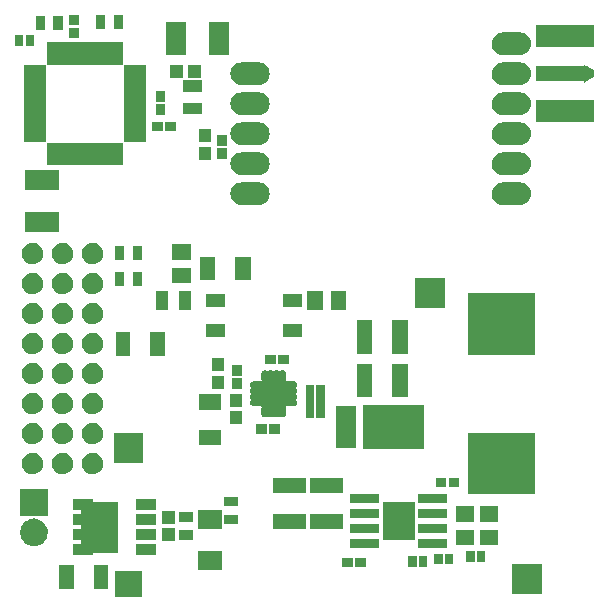
<source format=gts>
%FSLAX46Y46*%
G04 Gerber Fmt 4.6, Leading zero omitted, Abs format (unit mm)*
G04 Created by KiCad (PCBNEW (2014-10-31 BZR 5243)-product) date Sa 04 Apr 2015 22:31:09 CEST*
%MOMM*%
G01*
G04 APERTURE LIST*
%ADD10C,0.100000*%
G04 APERTURE END LIST*
D10*
G36*
X76701139Y-23050000D02*
X76700000Y-23050000D01*
X76000000Y-23050000D01*
X75998860Y-23050000D01*
X75998860Y-22150000D01*
X76000000Y-22150000D01*
X76700000Y-22150000D01*
X76701139Y-22150000D01*
X76701139Y-23050000D01*
X76701139Y-23050000D01*
G37*
G36*
X77601139Y-23050000D02*
X77600000Y-23050000D01*
X76900000Y-23050000D01*
X76898860Y-23050000D01*
X76898860Y-22150000D01*
X76900000Y-22150000D01*
X77600000Y-22150000D01*
X77601139Y-22150000D01*
X77601139Y-23050000D01*
X77601139Y-23050000D01*
G37*
G36*
X78370841Y-40555703D02*
X78368132Y-40749767D01*
X78327842Y-40927101D01*
X78256908Y-41086423D01*
X78155307Y-41230450D01*
X78024965Y-41354574D01*
X77880841Y-41446037D01*
X77707814Y-41513150D01*
X77545162Y-41541831D01*
X77359612Y-41537943D01*
X77192901Y-41501290D01*
X77027972Y-41429233D01*
X76883234Y-41328639D01*
X76762083Y-41203184D01*
X76663574Y-41050326D01*
X76601419Y-40893340D01*
X76567916Y-40710798D01*
X76570248Y-40543815D01*
X76608446Y-40364105D01*
X76676418Y-40205516D01*
X76777046Y-40058550D01*
X76904314Y-39933922D01*
X77048696Y-39839440D01*
X77219036Y-39770619D01*
X77383073Y-39739327D01*
X77568667Y-39740622D01*
X77734058Y-39774573D01*
X77901699Y-39845041D01*
X78046286Y-39942567D01*
X78170487Y-40067639D01*
X78270088Y-40217549D01*
X78335132Y-40375359D01*
X78370841Y-40555703D01*
X78370841Y-40555703D01*
G37*
G36*
X78370841Y-43095703D02*
X78368132Y-43289767D01*
X78327842Y-43467101D01*
X78256908Y-43626423D01*
X78155307Y-43770450D01*
X78024965Y-43894574D01*
X77880841Y-43986037D01*
X77707814Y-44053150D01*
X77545162Y-44081831D01*
X77359612Y-44077943D01*
X77192901Y-44041290D01*
X77027972Y-43969233D01*
X76883234Y-43868639D01*
X76762083Y-43743184D01*
X76663574Y-43590326D01*
X76601419Y-43433340D01*
X76567916Y-43250798D01*
X76570248Y-43083815D01*
X76608446Y-42904105D01*
X76676418Y-42745516D01*
X76777046Y-42598550D01*
X76904314Y-42473922D01*
X77048696Y-42379440D01*
X77219036Y-42310619D01*
X77383073Y-42279327D01*
X77568667Y-42280622D01*
X77734058Y-42314573D01*
X77901699Y-42385041D01*
X78046286Y-42482567D01*
X78170487Y-42607639D01*
X78270088Y-42757549D01*
X78335132Y-42915359D01*
X78370841Y-43095703D01*
X78370841Y-43095703D01*
G37*
G36*
X78370841Y-45635703D02*
X78368132Y-45829767D01*
X78327842Y-46007101D01*
X78256908Y-46166423D01*
X78155307Y-46310450D01*
X78024965Y-46434574D01*
X77880841Y-46526037D01*
X77707814Y-46593150D01*
X77545162Y-46621831D01*
X77359612Y-46617943D01*
X77192901Y-46581290D01*
X77027972Y-46509233D01*
X76883234Y-46408639D01*
X76762083Y-46283184D01*
X76663574Y-46130326D01*
X76601419Y-45973340D01*
X76567916Y-45790798D01*
X76570248Y-45623815D01*
X76608446Y-45444105D01*
X76676418Y-45285516D01*
X76777046Y-45138550D01*
X76904314Y-45013922D01*
X77048696Y-44919440D01*
X77219036Y-44850619D01*
X77383073Y-44819327D01*
X77568667Y-44820622D01*
X77734058Y-44854573D01*
X77901699Y-44925041D01*
X78046286Y-45022567D01*
X78170487Y-45147639D01*
X78270088Y-45297549D01*
X78335132Y-45455359D01*
X78370841Y-45635703D01*
X78370841Y-45635703D01*
G37*
G36*
X78370841Y-48175703D02*
X78368132Y-48369767D01*
X78327842Y-48547101D01*
X78256908Y-48706423D01*
X78155307Y-48850450D01*
X78024965Y-48974574D01*
X77880841Y-49066037D01*
X77707814Y-49133150D01*
X77545162Y-49161831D01*
X77359612Y-49157943D01*
X77192901Y-49121290D01*
X77027972Y-49049233D01*
X76883234Y-48948639D01*
X76762083Y-48823184D01*
X76663574Y-48670326D01*
X76601419Y-48513340D01*
X76567916Y-48330798D01*
X76570248Y-48163815D01*
X76608446Y-47984105D01*
X76676418Y-47825516D01*
X76777046Y-47678550D01*
X76904314Y-47553922D01*
X77048696Y-47459440D01*
X77219036Y-47390619D01*
X77383073Y-47359327D01*
X77568667Y-47360622D01*
X77734058Y-47394573D01*
X77901699Y-47465041D01*
X78046286Y-47562567D01*
X78170487Y-47687639D01*
X78270088Y-47837549D01*
X78335132Y-47995359D01*
X78370841Y-48175703D01*
X78370841Y-48175703D01*
G37*
G36*
X78370841Y-50715703D02*
X78368132Y-50909767D01*
X78327842Y-51087101D01*
X78256908Y-51246423D01*
X78155307Y-51390450D01*
X78024965Y-51514574D01*
X77880841Y-51606037D01*
X77707814Y-51673150D01*
X77545162Y-51701831D01*
X77359612Y-51697943D01*
X77192901Y-51661290D01*
X77027972Y-51589233D01*
X76883234Y-51488639D01*
X76762083Y-51363184D01*
X76663574Y-51210326D01*
X76601419Y-51053340D01*
X76567916Y-50870798D01*
X76570248Y-50703815D01*
X76608446Y-50524105D01*
X76676418Y-50365516D01*
X76777046Y-50218550D01*
X76904314Y-50093922D01*
X77048696Y-49999440D01*
X77219036Y-49930619D01*
X77383073Y-49899327D01*
X77568667Y-49900622D01*
X77734058Y-49934573D01*
X77901699Y-50005041D01*
X78046286Y-50102567D01*
X78170487Y-50227639D01*
X78270088Y-50377549D01*
X78335132Y-50535359D01*
X78370841Y-50715703D01*
X78370841Y-50715703D01*
G37*
G36*
X78370841Y-53255703D02*
X78368132Y-53449767D01*
X78327842Y-53627101D01*
X78256908Y-53786423D01*
X78155307Y-53930450D01*
X78024965Y-54054574D01*
X77880841Y-54146037D01*
X77707814Y-54213150D01*
X77545162Y-54241831D01*
X77359612Y-54237943D01*
X77192901Y-54201290D01*
X77027972Y-54129233D01*
X76883234Y-54028639D01*
X76762083Y-53903184D01*
X76663574Y-53750326D01*
X76601419Y-53593340D01*
X76567916Y-53410798D01*
X76570248Y-53243815D01*
X76608446Y-53064105D01*
X76676418Y-52905516D01*
X76777046Y-52758550D01*
X76904314Y-52633922D01*
X77048696Y-52539440D01*
X77219036Y-52470619D01*
X77383073Y-52439327D01*
X77568667Y-52440622D01*
X77734058Y-52474573D01*
X77901699Y-52545041D01*
X78046286Y-52642567D01*
X78170487Y-52767639D01*
X78270088Y-52917549D01*
X78335132Y-53075359D01*
X78370841Y-53255703D01*
X78370841Y-53255703D01*
G37*
G36*
X78370841Y-55795703D02*
X78368132Y-55989767D01*
X78327842Y-56167101D01*
X78256908Y-56326423D01*
X78155307Y-56470450D01*
X78024965Y-56594574D01*
X77880841Y-56686037D01*
X77707814Y-56753150D01*
X77545162Y-56781831D01*
X77359612Y-56777943D01*
X77192901Y-56741290D01*
X77027972Y-56669233D01*
X76883234Y-56568639D01*
X76762083Y-56443184D01*
X76663574Y-56290326D01*
X76601419Y-56133340D01*
X76567916Y-55950798D01*
X76570248Y-55783815D01*
X76608446Y-55604105D01*
X76676418Y-55445516D01*
X76777046Y-55298550D01*
X76904314Y-55173922D01*
X77048696Y-55079440D01*
X77219036Y-55010619D01*
X77383073Y-54979327D01*
X77568667Y-54980622D01*
X77734058Y-55014573D01*
X77901699Y-55085041D01*
X78046286Y-55182567D01*
X78170487Y-55307639D01*
X78270088Y-55457549D01*
X78335132Y-55615359D01*
X78370841Y-55795703D01*
X78370841Y-55795703D01*
G37*
G36*
X78370841Y-58335703D02*
X78368132Y-58529767D01*
X78327842Y-58707101D01*
X78256908Y-58866423D01*
X78155307Y-59010450D01*
X78024965Y-59134574D01*
X77880841Y-59226037D01*
X77707814Y-59293150D01*
X77545162Y-59321831D01*
X77359612Y-59317943D01*
X77192901Y-59281290D01*
X77027972Y-59209233D01*
X76883234Y-59108639D01*
X76762083Y-58983184D01*
X76663574Y-58830326D01*
X76601419Y-58673340D01*
X76567916Y-58490798D01*
X76570248Y-58323815D01*
X76608446Y-58144105D01*
X76676418Y-57985516D01*
X76777046Y-57838550D01*
X76904314Y-57713922D01*
X77048696Y-57619440D01*
X77219036Y-57550619D01*
X77383073Y-57519327D01*
X77568667Y-57520622D01*
X77734058Y-57554573D01*
X77901699Y-57625041D01*
X78046286Y-57722567D01*
X78170487Y-57847639D01*
X78270088Y-57997549D01*
X78335132Y-58155359D01*
X78370841Y-58335703D01*
X78370841Y-58335703D01*
G37*
G36*
X78551139Y-21700000D02*
X78550000Y-21700000D01*
X77750000Y-21700000D01*
X77748860Y-21700000D01*
X77748860Y-20500000D01*
X77750000Y-20500000D01*
X78550000Y-20500000D01*
X78551139Y-20500000D01*
X78551139Y-21700000D01*
X78551139Y-21700000D01*
G37*
G36*
X78616139Y-31165201D02*
X78615000Y-31165000D01*
X78614999Y-31165000D01*
X76715000Y-31165000D01*
X76713860Y-31165000D01*
X76713860Y-30453023D01*
X76713860Y-30426976D01*
X76713860Y-30253023D01*
X76713860Y-30226976D01*
X76713860Y-29653023D01*
X76713860Y-29626976D01*
X76713860Y-29453023D01*
X76713860Y-29426976D01*
X76713860Y-28853023D01*
X76713860Y-28826976D01*
X76713860Y-28653023D01*
X76713860Y-28626976D01*
X76713860Y-28053023D01*
X76713860Y-28026976D01*
X76713860Y-27853023D01*
X76713860Y-27826976D01*
X76713860Y-27253023D01*
X76713860Y-27226976D01*
X76713860Y-27053023D01*
X76713860Y-27026976D01*
X76713860Y-26453023D01*
X76713860Y-26426976D01*
X76713860Y-26253023D01*
X76713860Y-26226976D01*
X76713860Y-25653023D01*
X76713860Y-25626976D01*
X76713860Y-25453023D01*
X76713860Y-25426976D01*
X76713860Y-24715000D01*
X76715000Y-24715000D01*
X78615000Y-24715000D01*
X78616139Y-24714799D01*
X78616139Y-24728023D01*
X78616139Y-25426976D01*
X78616139Y-25453023D01*
X78616139Y-25626976D01*
X78616139Y-25653023D01*
X78616139Y-26226976D01*
X78616139Y-26253023D01*
X78616139Y-26426976D01*
X78616139Y-26453023D01*
X78616139Y-27026976D01*
X78616139Y-27053023D01*
X78616139Y-27226976D01*
X78616139Y-27253023D01*
X78616139Y-27826976D01*
X78616139Y-27853023D01*
X78616139Y-28026976D01*
X78616139Y-28053023D01*
X78616139Y-28626976D01*
X78616139Y-28653023D01*
X78616139Y-28826976D01*
X78616139Y-28853023D01*
X78616139Y-29426976D01*
X78616139Y-29453023D01*
X78616139Y-29626976D01*
X78616139Y-29653023D01*
X78616139Y-30226976D01*
X78616139Y-30253023D01*
X78616139Y-30426976D01*
X78616139Y-30453023D01*
X78616139Y-31151976D01*
X78616139Y-31165201D01*
X78616139Y-31165201D01*
G37*
G36*
X78767047Y-64246084D02*
X78767018Y-64250308D01*
X78765897Y-64260298D01*
X78765886Y-64261922D01*
X78740520Y-64488067D01*
X78740255Y-64488901D01*
X78740020Y-64490999D01*
X78672989Y-64702307D01*
X78671973Y-64704154D01*
X78671712Y-64704978D01*
X78562082Y-64904394D01*
X78561528Y-64905053D01*
X78559015Y-64909626D01*
X78420072Y-65075212D01*
X78416002Y-65078483D01*
X78415807Y-65078717D01*
X78238459Y-65221309D01*
X78238184Y-65221452D01*
X78235689Y-65223459D01*
X78039235Y-65326163D01*
X77817652Y-65391377D01*
X77591335Y-65411975D01*
X77367177Y-65388414D01*
X77144744Y-65319560D01*
X76951368Y-65215002D01*
X76948329Y-65212488D01*
X76947981Y-65212300D01*
X76772641Y-65067245D01*
X76772394Y-65066942D01*
X76769072Y-65064194D01*
X76631296Y-64895263D01*
X76629275Y-64891462D01*
X76628814Y-64890897D01*
X76521979Y-64689970D01*
X76521769Y-64689274D01*
X76521103Y-64688022D01*
X76456495Y-64474026D01*
X76456357Y-64472619D01*
X76456206Y-64472119D01*
X76434000Y-64245642D01*
X76434000Y-64244612D01*
X76432951Y-64233914D01*
X76432981Y-64229691D01*
X76434102Y-64219690D01*
X76434114Y-64218078D01*
X76459480Y-63991933D01*
X76459743Y-63991103D01*
X76459979Y-63989000D01*
X76527010Y-63777688D01*
X76528032Y-63775828D01*
X76528288Y-63775022D01*
X76637918Y-63575606D01*
X76638462Y-63574957D01*
X76640982Y-63570374D01*
X76640985Y-63570370D01*
X76779927Y-63404787D01*
X76784002Y-63401510D01*
X76784193Y-63401283D01*
X76961541Y-63258691D01*
X76961802Y-63258554D01*
X76964309Y-63256539D01*
X77160764Y-63153836D01*
X77382341Y-63088622D01*
X77608664Y-63068025D01*
X77832826Y-63091585D01*
X78055255Y-63160439D01*
X78248630Y-63264996D01*
X78251671Y-63267512D01*
X78252019Y-63267700D01*
X78427359Y-63412755D01*
X78427608Y-63413060D01*
X78430928Y-63415807D01*
X78568703Y-63584735D01*
X78570724Y-63588537D01*
X78571186Y-63589103D01*
X78678021Y-63790030D01*
X78678232Y-63790729D01*
X78678894Y-63791974D01*
X78743504Y-64005973D01*
X78743641Y-64007376D01*
X78743794Y-64007881D01*
X78766000Y-64234358D01*
X78766000Y-64235405D01*
X78767047Y-64246084D01*
X78767047Y-64246084D01*
G37*
G36*
X78767139Y-62866000D02*
X78766000Y-62866000D01*
X76434000Y-62866000D01*
X76432860Y-62866000D01*
X76432860Y-60534000D01*
X76434000Y-60534000D01*
X78766000Y-60534000D01*
X78767139Y-60534000D01*
X78767139Y-62866000D01*
X78767139Y-62866000D01*
G37*
G36*
X79731139Y-35245000D02*
X79730000Y-35245000D01*
X78380000Y-35245000D01*
X78304999Y-35245000D01*
X78230000Y-35245000D01*
X76880000Y-35245000D01*
X76878860Y-35245000D01*
X76878860Y-33545000D01*
X76880000Y-33545000D01*
X78230000Y-33545000D01*
X78305000Y-33545000D01*
X78380000Y-33545000D01*
X79730000Y-33545000D01*
X79731139Y-33545000D01*
X79731139Y-35245000D01*
X79731139Y-35245000D01*
G37*
G36*
X79731139Y-38845000D02*
X79730000Y-38845000D01*
X78380000Y-38845000D01*
X78304999Y-38845000D01*
X78230000Y-38845000D01*
X76880000Y-38845000D01*
X76878860Y-38845000D01*
X76878860Y-37145000D01*
X76880000Y-37145000D01*
X78230000Y-37145000D01*
X78305000Y-37145000D01*
X78380000Y-37145000D01*
X79730000Y-37145000D01*
X79731139Y-37145000D01*
X79731139Y-38845000D01*
X79731139Y-38845000D01*
G37*
G36*
X80051139Y-21700000D02*
X80050000Y-21700000D01*
X79250000Y-21700000D01*
X79248860Y-21700000D01*
X79248860Y-20500000D01*
X79250000Y-20500000D01*
X80050000Y-20500000D01*
X80051139Y-20500000D01*
X80051139Y-21700000D01*
X80051139Y-21700000D01*
G37*
G36*
X80910841Y-40555703D02*
X80908132Y-40749767D01*
X80867842Y-40927101D01*
X80796908Y-41086423D01*
X80695307Y-41230450D01*
X80564965Y-41354574D01*
X80420841Y-41446037D01*
X80247814Y-41513150D01*
X80085162Y-41541831D01*
X79899612Y-41537943D01*
X79732901Y-41501290D01*
X79567972Y-41429233D01*
X79423234Y-41328639D01*
X79302083Y-41203184D01*
X79203574Y-41050326D01*
X79141419Y-40893340D01*
X79107916Y-40710798D01*
X79110248Y-40543815D01*
X79148446Y-40364105D01*
X79216418Y-40205516D01*
X79317046Y-40058550D01*
X79444314Y-39933922D01*
X79588696Y-39839440D01*
X79759036Y-39770619D01*
X79923073Y-39739327D01*
X80108667Y-39740622D01*
X80274058Y-39774573D01*
X80441699Y-39845041D01*
X80586286Y-39942567D01*
X80710487Y-40067639D01*
X80810088Y-40217549D01*
X80875132Y-40375359D01*
X80910841Y-40555703D01*
X80910841Y-40555703D01*
G37*
G36*
X80910841Y-43095703D02*
X80908132Y-43289767D01*
X80867842Y-43467101D01*
X80796908Y-43626423D01*
X80695307Y-43770450D01*
X80564965Y-43894574D01*
X80420841Y-43986037D01*
X80247814Y-44053150D01*
X80085162Y-44081831D01*
X79899612Y-44077943D01*
X79732901Y-44041290D01*
X79567972Y-43969233D01*
X79423234Y-43868639D01*
X79302083Y-43743184D01*
X79203574Y-43590326D01*
X79141419Y-43433340D01*
X79107916Y-43250798D01*
X79110248Y-43083815D01*
X79148446Y-42904105D01*
X79216418Y-42745516D01*
X79317046Y-42598550D01*
X79444314Y-42473922D01*
X79588696Y-42379440D01*
X79759036Y-42310619D01*
X79923073Y-42279327D01*
X80108667Y-42280622D01*
X80274058Y-42314573D01*
X80441699Y-42385041D01*
X80586286Y-42482567D01*
X80710487Y-42607639D01*
X80810088Y-42757549D01*
X80875132Y-42915359D01*
X80910841Y-43095703D01*
X80910841Y-43095703D01*
G37*
G36*
X80910841Y-45635703D02*
X80908132Y-45829767D01*
X80867842Y-46007101D01*
X80796908Y-46166423D01*
X80695307Y-46310450D01*
X80564965Y-46434574D01*
X80420841Y-46526037D01*
X80247814Y-46593150D01*
X80085162Y-46621831D01*
X79899612Y-46617943D01*
X79732901Y-46581290D01*
X79567972Y-46509233D01*
X79423234Y-46408639D01*
X79302083Y-46283184D01*
X79203574Y-46130326D01*
X79141419Y-45973340D01*
X79107916Y-45790798D01*
X79110248Y-45623815D01*
X79148446Y-45444105D01*
X79216418Y-45285516D01*
X79317046Y-45138550D01*
X79444314Y-45013922D01*
X79588696Y-44919440D01*
X79759036Y-44850619D01*
X79923073Y-44819327D01*
X80108667Y-44820622D01*
X80274058Y-44854573D01*
X80441699Y-44925041D01*
X80586286Y-45022567D01*
X80710487Y-45147639D01*
X80810088Y-45297549D01*
X80875132Y-45455359D01*
X80910841Y-45635703D01*
X80910841Y-45635703D01*
G37*
G36*
X80910841Y-48175703D02*
X80908132Y-48369767D01*
X80867842Y-48547101D01*
X80796908Y-48706423D01*
X80695307Y-48850450D01*
X80564965Y-48974574D01*
X80420841Y-49066037D01*
X80247814Y-49133150D01*
X80085162Y-49161831D01*
X79899612Y-49157943D01*
X79732901Y-49121290D01*
X79567972Y-49049233D01*
X79423234Y-48948639D01*
X79302083Y-48823184D01*
X79203574Y-48670326D01*
X79141419Y-48513340D01*
X79107916Y-48330798D01*
X79110248Y-48163815D01*
X79148446Y-47984105D01*
X79216418Y-47825516D01*
X79317046Y-47678550D01*
X79444314Y-47553922D01*
X79588696Y-47459440D01*
X79759036Y-47390619D01*
X79923073Y-47359327D01*
X80108667Y-47360622D01*
X80274058Y-47394573D01*
X80441699Y-47465041D01*
X80586286Y-47562567D01*
X80710487Y-47687639D01*
X80810088Y-47837549D01*
X80875132Y-47995359D01*
X80910841Y-48175703D01*
X80910841Y-48175703D01*
G37*
G36*
X80910841Y-50715703D02*
X80908132Y-50909767D01*
X80867842Y-51087101D01*
X80796908Y-51246423D01*
X80695307Y-51390450D01*
X80564965Y-51514574D01*
X80420841Y-51606037D01*
X80247814Y-51673150D01*
X80085162Y-51701831D01*
X79899612Y-51697943D01*
X79732901Y-51661290D01*
X79567972Y-51589233D01*
X79423234Y-51488639D01*
X79302083Y-51363184D01*
X79203574Y-51210326D01*
X79141419Y-51053340D01*
X79107916Y-50870798D01*
X79110248Y-50703815D01*
X79148446Y-50524105D01*
X79216418Y-50365516D01*
X79317046Y-50218550D01*
X79444314Y-50093922D01*
X79588696Y-49999440D01*
X79759036Y-49930619D01*
X79923073Y-49899327D01*
X80108667Y-49900622D01*
X80274058Y-49934573D01*
X80441699Y-50005041D01*
X80586286Y-50102567D01*
X80710487Y-50227639D01*
X80810088Y-50377549D01*
X80875132Y-50535359D01*
X80910841Y-50715703D01*
X80910841Y-50715703D01*
G37*
G36*
X80910841Y-53255703D02*
X80908132Y-53449767D01*
X80867842Y-53627101D01*
X80796908Y-53786423D01*
X80695307Y-53930450D01*
X80564965Y-54054574D01*
X80420841Y-54146037D01*
X80247814Y-54213150D01*
X80085162Y-54241831D01*
X79899612Y-54237943D01*
X79732901Y-54201290D01*
X79567972Y-54129233D01*
X79423234Y-54028639D01*
X79302083Y-53903184D01*
X79203574Y-53750326D01*
X79141419Y-53593340D01*
X79107916Y-53410798D01*
X79110248Y-53243815D01*
X79148446Y-53064105D01*
X79216418Y-52905516D01*
X79317046Y-52758550D01*
X79444314Y-52633922D01*
X79588696Y-52539440D01*
X79759036Y-52470619D01*
X79923073Y-52439327D01*
X80108667Y-52440622D01*
X80274058Y-52474573D01*
X80441699Y-52545041D01*
X80586286Y-52642567D01*
X80710487Y-52767639D01*
X80810088Y-52917549D01*
X80875132Y-53075359D01*
X80910841Y-53255703D01*
X80910841Y-53255703D01*
G37*
G36*
X80910841Y-55795703D02*
X80908132Y-55989767D01*
X80867842Y-56167101D01*
X80796908Y-56326423D01*
X80695307Y-56470450D01*
X80564965Y-56594574D01*
X80420841Y-56686037D01*
X80247814Y-56753150D01*
X80085162Y-56781831D01*
X79899612Y-56777943D01*
X79732901Y-56741290D01*
X79567972Y-56669233D01*
X79423234Y-56568639D01*
X79302083Y-56443184D01*
X79203574Y-56290326D01*
X79141419Y-56133340D01*
X79107916Y-55950798D01*
X79110248Y-55783815D01*
X79148446Y-55604105D01*
X79216418Y-55445516D01*
X79317046Y-55298550D01*
X79444314Y-55173922D01*
X79588696Y-55079440D01*
X79759036Y-55010619D01*
X79923073Y-54979327D01*
X80108667Y-54980622D01*
X80274058Y-55014573D01*
X80441699Y-55085041D01*
X80586286Y-55182567D01*
X80710487Y-55307639D01*
X80810088Y-55457549D01*
X80875132Y-55615359D01*
X80910841Y-55795703D01*
X80910841Y-55795703D01*
G37*
G36*
X80910841Y-58335703D02*
X80908132Y-58529767D01*
X80867842Y-58707101D01*
X80796908Y-58866423D01*
X80695307Y-59010450D01*
X80564965Y-59134574D01*
X80420841Y-59226037D01*
X80247814Y-59293150D01*
X80085162Y-59321831D01*
X79899612Y-59317943D01*
X79732901Y-59281290D01*
X79567972Y-59209233D01*
X79423234Y-59108639D01*
X79302083Y-58983184D01*
X79203574Y-58830326D01*
X79141419Y-58673340D01*
X79107916Y-58490798D01*
X79110248Y-58323815D01*
X79148446Y-58144105D01*
X79216418Y-57985516D01*
X79317046Y-57838550D01*
X79444314Y-57713922D01*
X79588696Y-57619440D01*
X79759036Y-57550619D01*
X79923073Y-57519327D01*
X80108667Y-57520622D01*
X80274058Y-57554573D01*
X80441699Y-57625041D01*
X80586286Y-57722567D01*
X80710487Y-57847639D01*
X80810088Y-57997549D01*
X80875132Y-58155359D01*
X80910841Y-58335703D01*
X80910841Y-58335703D01*
G37*
G36*
X80951139Y-69000000D02*
X80950000Y-69000000D01*
X79750000Y-69000000D01*
X79748860Y-69000000D01*
X79748860Y-67000000D01*
X79750000Y-67000000D01*
X80950000Y-67000000D01*
X80951139Y-67000000D01*
X80951139Y-69000000D01*
X80951139Y-69000000D01*
G37*
G36*
X81401139Y-21300000D02*
X81400000Y-21300000D01*
X80600000Y-21300000D01*
X80598860Y-21300000D01*
X80598860Y-20400000D01*
X80600000Y-20400000D01*
X81400000Y-20400000D01*
X81401139Y-20400000D01*
X81401139Y-21300000D01*
X81401139Y-21300000D01*
G37*
G36*
X81401139Y-22400000D02*
X81400000Y-22400000D01*
X80600000Y-22400000D01*
X80598860Y-22400000D01*
X80598860Y-21500000D01*
X80600000Y-21500000D01*
X81400000Y-21500000D01*
X81401139Y-21500000D01*
X81401139Y-22400000D01*
X81401139Y-22400000D01*
G37*
G36*
X83450841Y-40555703D02*
X83448132Y-40749767D01*
X83407842Y-40927101D01*
X83336908Y-41086423D01*
X83235307Y-41230450D01*
X83104965Y-41354574D01*
X82960841Y-41446037D01*
X82787814Y-41513150D01*
X82625162Y-41541831D01*
X82439612Y-41537943D01*
X82272901Y-41501290D01*
X82107972Y-41429233D01*
X81963234Y-41328639D01*
X81842083Y-41203184D01*
X81743574Y-41050326D01*
X81681419Y-40893340D01*
X81647916Y-40710798D01*
X81650248Y-40543815D01*
X81688446Y-40364105D01*
X81756418Y-40205516D01*
X81857046Y-40058550D01*
X81984314Y-39933922D01*
X82128696Y-39839440D01*
X82299036Y-39770619D01*
X82463073Y-39739327D01*
X82648667Y-39740622D01*
X82814058Y-39774573D01*
X82981699Y-39845041D01*
X83126286Y-39942567D01*
X83250487Y-40067639D01*
X83350088Y-40217549D01*
X83415132Y-40375359D01*
X83450841Y-40555703D01*
X83450841Y-40555703D01*
G37*
G36*
X83450841Y-43095703D02*
X83448132Y-43289767D01*
X83407842Y-43467101D01*
X83336908Y-43626423D01*
X83235307Y-43770450D01*
X83104965Y-43894574D01*
X82960841Y-43986037D01*
X82787814Y-44053150D01*
X82625162Y-44081831D01*
X82439612Y-44077943D01*
X82272901Y-44041290D01*
X82107972Y-43969233D01*
X81963234Y-43868639D01*
X81842083Y-43743184D01*
X81743574Y-43590326D01*
X81681419Y-43433340D01*
X81647916Y-43250798D01*
X81650248Y-43083815D01*
X81688446Y-42904105D01*
X81756418Y-42745516D01*
X81857046Y-42598550D01*
X81984314Y-42473922D01*
X82128696Y-42379440D01*
X82299036Y-42310619D01*
X82463073Y-42279327D01*
X82648667Y-42280622D01*
X82814058Y-42314573D01*
X82981699Y-42385041D01*
X83126286Y-42482567D01*
X83250487Y-42607639D01*
X83350088Y-42757549D01*
X83415132Y-42915359D01*
X83450841Y-43095703D01*
X83450841Y-43095703D01*
G37*
G36*
X83450841Y-45635703D02*
X83448132Y-45829767D01*
X83407842Y-46007101D01*
X83336908Y-46166423D01*
X83235307Y-46310450D01*
X83104965Y-46434574D01*
X82960841Y-46526037D01*
X82787814Y-46593150D01*
X82625162Y-46621831D01*
X82439612Y-46617943D01*
X82272901Y-46581290D01*
X82107972Y-46509233D01*
X81963234Y-46408639D01*
X81842083Y-46283184D01*
X81743574Y-46130326D01*
X81681419Y-45973340D01*
X81647916Y-45790798D01*
X81650248Y-45623815D01*
X81688446Y-45444105D01*
X81756418Y-45285516D01*
X81857046Y-45138550D01*
X81984314Y-45013922D01*
X82128696Y-44919440D01*
X82299036Y-44850619D01*
X82463073Y-44819327D01*
X82648667Y-44820622D01*
X82814058Y-44854573D01*
X82981699Y-44925041D01*
X83126286Y-45022567D01*
X83250487Y-45147639D01*
X83350088Y-45297549D01*
X83415132Y-45455359D01*
X83450841Y-45635703D01*
X83450841Y-45635703D01*
G37*
G36*
X83450841Y-48175703D02*
X83448132Y-48369767D01*
X83407842Y-48547101D01*
X83336908Y-48706423D01*
X83235307Y-48850450D01*
X83104965Y-48974574D01*
X82960841Y-49066037D01*
X82787814Y-49133150D01*
X82625162Y-49161831D01*
X82439612Y-49157943D01*
X82272901Y-49121290D01*
X82107972Y-49049233D01*
X81963234Y-48948639D01*
X81842083Y-48823184D01*
X81743574Y-48670326D01*
X81681419Y-48513340D01*
X81647916Y-48330798D01*
X81650248Y-48163815D01*
X81688446Y-47984105D01*
X81756418Y-47825516D01*
X81857046Y-47678550D01*
X81984314Y-47553922D01*
X82128696Y-47459440D01*
X82299036Y-47390619D01*
X82463073Y-47359327D01*
X82648667Y-47360622D01*
X82814058Y-47394573D01*
X82981699Y-47465041D01*
X83126286Y-47562567D01*
X83250487Y-47687639D01*
X83350088Y-47837549D01*
X83415132Y-47995359D01*
X83450841Y-48175703D01*
X83450841Y-48175703D01*
G37*
G36*
X83450841Y-50715703D02*
X83448132Y-50909767D01*
X83407842Y-51087101D01*
X83336908Y-51246423D01*
X83235307Y-51390450D01*
X83104965Y-51514574D01*
X82960841Y-51606037D01*
X82787814Y-51673150D01*
X82625162Y-51701831D01*
X82439612Y-51697943D01*
X82272901Y-51661290D01*
X82107972Y-51589233D01*
X81963234Y-51488639D01*
X81842083Y-51363184D01*
X81743574Y-51210326D01*
X81681419Y-51053340D01*
X81647916Y-50870798D01*
X81650248Y-50703815D01*
X81688446Y-50524105D01*
X81756418Y-50365516D01*
X81857046Y-50218550D01*
X81984314Y-50093922D01*
X82128696Y-49999440D01*
X82299036Y-49930619D01*
X82463073Y-49899327D01*
X82648667Y-49900622D01*
X82814058Y-49934573D01*
X82981699Y-50005041D01*
X83126286Y-50102567D01*
X83250487Y-50227639D01*
X83350088Y-50377549D01*
X83415132Y-50535359D01*
X83450841Y-50715703D01*
X83450841Y-50715703D01*
G37*
G36*
X83450841Y-53255703D02*
X83448132Y-53449767D01*
X83407842Y-53627101D01*
X83336908Y-53786423D01*
X83235307Y-53930450D01*
X83104965Y-54054574D01*
X82960841Y-54146037D01*
X82787814Y-54213150D01*
X82625162Y-54241831D01*
X82439612Y-54237943D01*
X82272901Y-54201290D01*
X82107972Y-54129233D01*
X81963234Y-54028639D01*
X81842083Y-53903184D01*
X81743574Y-53750326D01*
X81681419Y-53593340D01*
X81647916Y-53410798D01*
X81650248Y-53243815D01*
X81688446Y-53064105D01*
X81756418Y-52905516D01*
X81857046Y-52758550D01*
X81984314Y-52633922D01*
X82128696Y-52539440D01*
X82299036Y-52470619D01*
X82463073Y-52439327D01*
X82648667Y-52440622D01*
X82814058Y-52474573D01*
X82981699Y-52545041D01*
X83126286Y-52642567D01*
X83250487Y-52767639D01*
X83350088Y-52917549D01*
X83415132Y-53075359D01*
X83450841Y-53255703D01*
X83450841Y-53255703D01*
G37*
G36*
X83450841Y-55795703D02*
X83448132Y-55989767D01*
X83407842Y-56167101D01*
X83336908Y-56326423D01*
X83235307Y-56470450D01*
X83104965Y-56594574D01*
X82960841Y-56686037D01*
X82787814Y-56753150D01*
X82625162Y-56781831D01*
X82439612Y-56777943D01*
X82272901Y-56741290D01*
X82107972Y-56669233D01*
X81963234Y-56568639D01*
X81842083Y-56443184D01*
X81743574Y-56290326D01*
X81681419Y-56133340D01*
X81647916Y-55950798D01*
X81650248Y-55783815D01*
X81688446Y-55604105D01*
X81756418Y-55445516D01*
X81857046Y-55298550D01*
X81984314Y-55173922D01*
X82128696Y-55079440D01*
X82299036Y-55010619D01*
X82463073Y-54979327D01*
X82648667Y-54980622D01*
X82814058Y-55014573D01*
X82981699Y-55085041D01*
X83126286Y-55182567D01*
X83250487Y-55307639D01*
X83350088Y-55457549D01*
X83415132Y-55615359D01*
X83450841Y-55795703D01*
X83450841Y-55795703D01*
G37*
G36*
X83450841Y-58335703D02*
X83448132Y-58529767D01*
X83407842Y-58707101D01*
X83336908Y-58866423D01*
X83235307Y-59010450D01*
X83104965Y-59134574D01*
X82960841Y-59226037D01*
X82787814Y-59293150D01*
X82625162Y-59321831D01*
X82439612Y-59317943D01*
X82272901Y-59281290D01*
X82107972Y-59209233D01*
X81963234Y-59108639D01*
X81842083Y-58983184D01*
X81743574Y-58830326D01*
X81681419Y-58673340D01*
X81647916Y-58490798D01*
X81650248Y-58323815D01*
X81688446Y-58144105D01*
X81756418Y-57985516D01*
X81857046Y-57838550D01*
X81984314Y-57713922D01*
X82128696Y-57619440D01*
X82299036Y-57550619D01*
X82463073Y-57519327D01*
X82648667Y-57520622D01*
X82814058Y-57554573D01*
X82981699Y-57625041D01*
X83126286Y-57722567D01*
X83250487Y-57847639D01*
X83350088Y-57997549D01*
X83415132Y-58155359D01*
X83450841Y-58335703D01*
X83450841Y-58335703D01*
G37*
G36*
X83651139Y-21600000D02*
X83650000Y-21600000D01*
X82850000Y-21600000D01*
X82848860Y-21600000D01*
X82848860Y-20400000D01*
X82850000Y-20400000D01*
X83650000Y-20400000D01*
X83651139Y-20400000D01*
X83651139Y-21600000D01*
X83651139Y-21600000D01*
G37*
G36*
X83851139Y-69000000D02*
X83850000Y-69000000D01*
X82650000Y-69000000D01*
X82648860Y-69000000D01*
X82648860Y-67000000D01*
X82650000Y-67000000D01*
X83850000Y-67000000D01*
X83851139Y-67000000D01*
X83851139Y-69000000D01*
X83851139Y-69000000D01*
G37*
G36*
X84680679Y-65950250D02*
X84679540Y-65950250D01*
X82657769Y-65950250D01*
X82632118Y-65954773D01*
X82609560Y-65967796D01*
X82592818Y-65987749D01*
X82583909Y-66012226D01*
X82583909Y-66038273D01*
X82583909Y-66154720D01*
X82582770Y-66154720D01*
X80883230Y-66154720D01*
X80882090Y-66154720D01*
X80882090Y-65255280D01*
X80883230Y-65255280D01*
X81505460Y-65255280D01*
X81531111Y-65250756D01*
X81553669Y-65237733D01*
X81570411Y-65217779D01*
X81579320Y-65193303D01*
X81579320Y-65167256D01*
X81579320Y-64972743D01*
X81579320Y-64946696D01*
X81570411Y-64922219D01*
X81553669Y-64902266D01*
X81531111Y-64889243D01*
X81505459Y-64884720D01*
X80883230Y-64884720D01*
X80882090Y-64884720D01*
X80882090Y-63985280D01*
X80883230Y-63985280D01*
X81505460Y-63985280D01*
X81531111Y-63980756D01*
X81553669Y-63967733D01*
X81570411Y-63947779D01*
X81579320Y-63923303D01*
X81579320Y-63897256D01*
X81579320Y-63702743D01*
X81579320Y-63676696D01*
X81570411Y-63652219D01*
X81553669Y-63632266D01*
X81531111Y-63619243D01*
X81505459Y-63614720D01*
X80883230Y-63614720D01*
X80882090Y-63614720D01*
X80882090Y-62715280D01*
X80883230Y-62715280D01*
X81505460Y-62715280D01*
X81531111Y-62710756D01*
X81553669Y-62697733D01*
X81570411Y-62677779D01*
X81579320Y-62653303D01*
X81579320Y-62627256D01*
X81579320Y-62432743D01*
X81579320Y-62406696D01*
X81570411Y-62382219D01*
X81553669Y-62362266D01*
X81531111Y-62349243D01*
X81505459Y-62344720D01*
X80883230Y-62344720D01*
X80882090Y-62344720D01*
X80882090Y-61445280D01*
X80883230Y-61445280D01*
X82582770Y-61445280D01*
X82583909Y-61445280D01*
X82583909Y-61561726D01*
X82583909Y-61587773D01*
X82592818Y-61612249D01*
X82609560Y-61632203D01*
X82632118Y-61645226D01*
X82657770Y-61649750D01*
X84679540Y-61649750D01*
X84680679Y-61649750D01*
X84680679Y-65950250D01*
X84680679Y-65950250D01*
G37*
G36*
X85141139Y-24640201D02*
X85140000Y-24640000D01*
X85139999Y-24640000D01*
X84414999Y-24640000D01*
X84340000Y-24640000D01*
X84290000Y-24640000D01*
X84214999Y-24640000D01*
X83614999Y-24640000D01*
X83540000Y-24640000D01*
X83490000Y-24640000D01*
X83414999Y-24640000D01*
X82814999Y-24640000D01*
X82740000Y-24640000D01*
X82690000Y-24640000D01*
X82614999Y-24640000D01*
X82014999Y-24640000D01*
X81940000Y-24640000D01*
X81890000Y-24640000D01*
X81814999Y-24640000D01*
X81214999Y-24640000D01*
X81140000Y-24640000D01*
X81090000Y-24640000D01*
X81014999Y-24640000D01*
X80414999Y-24640000D01*
X80340000Y-24640000D01*
X80290000Y-24640000D01*
X80214999Y-24640000D01*
X79614999Y-24640000D01*
X79540000Y-24640000D01*
X79490000Y-24640000D01*
X79414999Y-24640000D01*
X78690000Y-24640000D01*
X78689999Y-24640000D01*
X78688860Y-24640200D01*
X78688860Y-24626976D01*
X78688860Y-22740000D01*
X78690000Y-22740000D01*
X79415000Y-22740000D01*
X79490000Y-22740000D01*
X79540000Y-22740000D01*
X79615000Y-22740000D01*
X80215000Y-22740000D01*
X80290000Y-22740000D01*
X80340000Y-22740000D01*
X80415000Y-22740000D01*
X81015000Y-22740000D01*
X81090000Y-22740000D01*
X81140000Y-22740000D01*
X81215000Y-22740000D01*
X81815000Y-22740000D01*
X81890000Y-22740000D01*
X81940000Y-22740000D01*
X82015000Y-22740000D01*
X82615000Y-22740000D01*
X82690000Y-22740000D01*
X82740000Y-22740000D01*
X82815000Y-22740000D01*
X83415000Y-22740000D01*
X83490000Y-22740000D01*
X83540000Y-22740000D01*
X83615000Y-22740000D01*
X84215000Y-22740000D01*
X84290000Y-22740000D01*
X84340000Y-22740000D01*
X84415000Y-22740000D01*
X85140000Y-22740000D01*
X85141139Y-22740000D01*
X85141139Y-24626976D01*
X85141139Y-24640201D01*
X85141139Y-24640201D01*
G37*
G36*
X85141139Y-33140000D02*
X85140000Y-33140000D01*
X85139999Y-33140000D01*
X84414999Y-33140000D01*
X84340000Y-33140000D01*
X84290000Y-33140000D01*
X84214999Y-33140000D01*
X83614999Y-33140000D01*
X83540000Y-33140000D01*
X83490000Y-33140000D01*
X83414999Y-33140000D01*
X82814999Y-33140000D01*
X82740000Y-33140000D01*
X82690000Y-33140000D01*
X82614999Y-33140000D01*
X82014999Y-33140000D01*
X81940000Y-33140000D01*
X81890000Y-33140000D01*
X81814999Y-33140000D01*
X81214999Y-33140000D01*
X81140000Y-33140000D01*
X81090000Y-33140000D01*
X81014999Y-33140000D01*
X80414999Y-33140000D01*
X80340000Y-33140000D01*
X80290000Y-33140000D01*
X80214999Y-33140000D01*
X79614999Y-33140000D01*
X79540000Y-33140000D01*
X79490000Y-33140000D01*
X79414999Y-33140000D01*
X78690000Y-33140000D01*
X78688860Y-33140000D01*
X78688860Y-31253023D01*
X78688860Y-31239798D01*
X78690000Y-31240000D01*
X79415000Y-31240000D01*
X79490000Y-31240000D01*
X79540000Y-31240000D01*
X79615000Y-31240000D01*
X80215000Y-31240000D01*
X80290000Y-31240000D01*
X80340000Y-31240000D01*
X80415000Y-31240000D01*
X81015000Y-31240000D01*
X81090000Y-31240000D01*
X81140000Y-31240000D01*
X81215000Y-31240000D01*
X81815000Y-31240000D01*
X81890000Y-31240000D01*
X81940000Y-31240000D01*
X82015000Y-31240000D01*
X82615000Y-31240000D01*
X82690000Y-31240000D01*
X82740000Y-31240000D01*
X82815000Y-31240000D01*
X83415000Y-31240000D01*
X83490000Y-31240000D01*
X83540000Y-31240000D01*
X83615000Y-31240000D01*
X84215000Y-31240000D01*
X84290000Y-31240000D01*
X84340000Y-31240000D01*
X84415000Y-31240000D01*
X85140000Y-31240000D01*
X85141139Y-31239799D01*
X85141139Y-31253023D01*
X85141139Y-33140000D01*
X85141139Y-33140000D01*
G37*
G36*
X85151139Y-21600000D02*
X85150000Y-21600000D01*
X84350000Y-21600000D01*
X84348860Y-21600000D01*
X84348860Y-20400000D01*
X84350000Y-20400000D01*
X85150000Y-20400000D01*
X85151139Y-20400000D01*
X85151139Y-21600000D01*
X85151139Y-21600000D01*
G37*
G36*
X85251139Y-41200000D02*
X85250000Y-41200000D01*
X84450000Y-41200000D01*
X84448860Y-41200000D01*
X84448860Y-40000000D01*
X84450000Y-40000000D01*
X85250000Y-40000000D01*
X85251139Y-40000000D01*
X85251139Y-41200000D01*
X85251139Y-41200000D01*
G37*
G36*
X85251139Y-43400000D02*
X85250000Y-43400000D01*
X84450000Y-43400000D01*
X84448860Y-43400000D01*
X84448860Y-42200000D01*
X84450000Y-42200000D01*
X85250000Y-42200000D01*
X85251139Y-42200000D01*
X85251139Y-43400000D01*
X85251139Y-43400000D01*
G37*
G36*
X85751139Y-49300000D02*
X85750000Y-49300000D01*
X84550000Y-49300000D01*
X84548860Y-49300000D01*
X84548860Y-47300000D01*
X84550000Y-47300000D01*
X85750000Y-47300000D01*
X85751139Y-47300000D01*
X85751139Y-49300000D01*
X85751139Y-49300000D01*
G37*
G36*
X86701139Y-69700000D02*
X86700000Y-69700000D01*
X84500000Y-69700000D01*
X84498860Y-69700000D01*
X84498860Y-67500000D01*
X84500000Y-67500000D01*
X86700000Y-67500000D01*
X86701139Y-67500000D01*
X86701139Y-69700000D01*
X86701139Y-69700000D01*
G37*
G36*
X86751139Y-41200000D02*
X86750000Y-41200000D01*
X85950000Y-41200000D01*
X85948860Y-41200000D01*
X85948860Y-40000000D01*
X85950000Y-40000000D01*
X86750000Y-40000000D01*
X86751139Y-40000000D01*
X86751139Y-41200000D01*
X86751139Y-41200000D01*
G37*
G36*
X86751139Y-43400000D02*
X86750000Y-43400000D01*
X85950000Y-43400000D01*
X85948860Y-43400000D01*
X85948860Y-42200000D01*
X85950000Y-42200000D01*
X86750000Y-42200000D01*
X86751139Y-42200000D01*
X86751139Y-43400000D01*
X86751139Y-43400000D01*
G37*
G36*
X86868739Y-58367600D02*
X86867600Y-58367600D01*
X84332400Y-58367600D01*
X84331260Y-58367600D01*
X84331260Y-55832400D01*
X84332400Y-55832400D01*
X86867600Y-55832400D01*
X86868739Y-55832400D01*
X86868739Y-58367600D01*
X86868739Y-58367600D01*
G37*
G36*
X87116139Y-31165000D02*
X87115000Y-31165000D01*
X85215000Y-31165000D01*
X85214999Y-31165000D01*
X85213860Y-31165200D01*
X85213860Y-31151976D01*
X85213860Y-30453023D01*
X85213860Y-30426976D01*
X85213860Y-30253023D01*
X85213860Y-30226976D01*
X85213860Y-29653023D01*
X85213860Y-29626976D01*
X85213860Y-29453023D01*
X85213860Y-29426976D01*
X85213860Y-28853023D01*
X85213860Y-28826976D01*
X85213860Y-28653023D01*
X85213860Y-28626976D01*
X85213860Y-28053023D01*
X85213860Y-28026976D01*
X85213860Y-27853023D01*
X85213860Y-27826976D01*
X85213860Y-27253023D01*
X85213860Y-27226976D01*
X85213860Y-27053023D01*
X85213860Y-27026976D01*
X85213860Y-26453023D01*
X85213860Y-26426976D01*
X85213860Y-26253023D01*
X85213860Y-26226976D01*
X85213860Y-25653023D01*
X85213860Y-25626976D01*
X85213860Y-25453023D01*
X85213860Y-25426976D01*
X85213860Y-24728023D01*
X85213860Y-24714798D01*
X85215000Y-24715000D01*
X87115000Y-24715000D01*
X87116139Y-24715000D01*
X87116139Y-25426976D01*
X87116139Y-25453023D01*
X87116139Y-25626976D01*
X87116139Y-25653023D01*
X87116139Y-26226976D01*
X87116139Y-26253023D01*
X87116139Y-26426976D01*
X87116139Y-26453023D01*
X87116139Y-27026976D01*
X87116139Y-27053023D01*
X87116139Y-27226976D01*
X87116139Y-27253023D01*
X87116139Y-27826976D01*
X87116139Y-27853023D01*
X87116139Y-28026976D01*
X87116139Y-28053023D01*
X87116139Y-28626976D01*
X87116139Y-28653023D01*
X87116139Y-28826976D01*
X87116139Y-28853023D01*
X87116139Y-29426976D01*
X87116139Y-29453023D01*
X87116139Y-29626976D01*
X87116139Y-29653023D01*
X87116139Y-30226976D01*
X87116139Y-30253023D01*
X87116139Y-30426976D01*
X87116139Y-30453023D01*
X87116139Y-31165000D01*
X87116139Y-31165000D01*
G37*
G36*
X87917909Y-62344720D02*
X87916770Y-62344720D01*
X86217230Y-62344720D01*
X86216090Y-62344720D01*
X86216090Y-61445280D01*
X86217230Y-61445280D01*
X87916770Y-61445280D01*
X87917909Y-61445280D01*
X87917909Y-62344720D01*
X87917909Y-62344720D01*
G37*
G36*
X87917909Y-63614720D02*
X87916770Y-63614720D01*
X86217230Y-63614720D01*
X86216090Y-63614720D01*
X86216090Y-62715280D01*
X86217230Y-62715280D01*
X87916770Y-62715280D01*
X87917909Y-62715280D01*
X87917909Y-63614720D01*
X87917909Y-63614720D01*
G37*
G36*
X87917909Y-64884720D02*
X87916770Y-64884720D01*
X86217230Y-64884720D01*
X86216090Y-64884720D01*
X86216090Y-63985280D01*
X86217230Y-63985280D01*
X87916770Y-63985280D01*
X87917909Y-63985280D01*
X87917909Y-64884720D01*
X87917909Y-64884720D01*
G37*
G36*
X87917909Y-66154720D02*
X87916770Y-66154720D01*
X86217230Y-66154720D01*
X86216090Y-66154720D01*
X86216090Y-65255280D01*
X86217230Y-65255280D01*
X87916770Y-65255280D01*
X87917909Y-65255280D01*
X87917909Y-66154720D01*
X87917909Y-66154720D01*
G37*
G36*
X88501139Y-30300000D02*
X88500000Y-30300000D01*
X87600000Y-30300000D01*
X87598860Y-30300000D01*
X87598860Y-29500000D01*
X87600000Y-29500000D01*
X88500000Y-29500000D01*
X88501139Y-29500000D01*
X88501139Y-30300000D01*
X88501139Y-30300000D01*
G37*
G36*
X88651139Y-49300000D02*
X88650000Y-49300000D01*
X87450000Y-49300000D01*
X87448860Y-49300000D01*
X87448860Y-47300000D01*
X87450000Y-47300000D01*
X88650000Y-47300000D01*
X88651139Y-47300000D01*
X88651139Y-49300000D01*
X88651139Y-49300000D01*
G37*
G36*
X88701139Y-27800000D02*
X88700000Y-27800000D01*
X87900000Y-27800000D01*
X87898860Y-27800000D01*
X87898860Y-26900000D01*
X87900000Y-26900000D01*
X88700000Y-26900000D01*
X88701139Y-26900000D01*
X88701139Y-27800000D01*
X88701139Y-27800000D01*
G37*
G36*
X88701139Y-28900000D02*
X88700000Y-28900000D01*
X87900000Y-28900000D01*
X87898860Y-28900000D01*
X87898860Y-28000000D01*
X87900000Y-28000000D01*
X88700000Y-28000000D01*
X88701139Y-28000000D01*
X88701139Y-28900000D01*
X88701139Y-28900000D01*
G37*
G36*
X88951139Y-45400000D02*
X88950000Y-45400000D01*
X87950000Y-45400000D01*
X87948860Y-45400000D01*
X87948860Y-43800000D01*
X87950000Y-43800000D01*
X88950000Y-43800000D01*
X88951139Y-43800000D01*
X88951139Y-45400000D01*
X88951139Y-45400000D01*
G37*
G36*
X89526139Y-63500000D02*
X89525000Y-63500000D01*
X88475000Y-63500000D01*
X88473860Y-63500000D01*
X88473860Y-62400000D01*
X88475000Y-62400000D01*
X89525000Y-62400000D01*
X89526139Y-62400000D01*
X89526139Y-63500000D01*
X89526139Y-63500000D01*
G37*
G36*
X89526139Y-65000000D02*
X89525000Y-65000000D01*
X88475000Y-65000000D01*
X88473860Y-65000000D01*
X88473860Y-63900000D01*
X88475000Y-63900000D01*
X89525000Y-63900000D01*
X89526139Y-63900000D01*
X89526139Y-65000000D01*
X89526139Y-65000000D01*
G37*
G36*
X89601139Y-30300000D02*
X89600000Y-30300000D01*
X88700000Y-30300000D01*
X88698860Y-30300000D01*
X88698860Y-29500000D01*
X88700000Y-29500000D01*
X89600000Y-29500000D01*
X89601139Y-29500000D01*
X89601139Y-30300000D01*
X89601139Y-30300000D01*
G37*
G36*
X90200619Y-25748780D02*
X90199480Y-25748780D01*
X89101920Y-25748780D01*
X89100780Y-25748780D01*
X89100780Y-24651220D01*
X89101920Y-24651220D01*
X90199480Y-24651220D01*
X90200619Y-24651220D01*
X90200619Y-25748780D01*
X90200619Y-25748780D01*
G37*
G36*
X90491139Y-23850000D02*
X90490000Y-23850000D01*
X88790000Y-23850000D01*
X88788860Y-23850000D01*
X88788860Y-22438023D01*
X88788860Y-22411976D01*
X88788860Y-21000000D01*
X88790000Y-21000000D01*
X90490000Y-21000000D01*
X90491139Y-21000000D01*
X90491139Y-22411976D01*
X90491139Y-22438023D01*
X90491139Y-23850000D01*
X90491139Y-23850000D01*
G37*
G36*
X90851139Y-45400000D02*
X90850000Y-45400000D01*
X89850000Y-45400000D01*
X89848860Y-45400000D01*
X89848860Y-43800000D01*
X89850000Y-43800000D01*
X90850000Y-43800000D01*
X90851139Y-43800000D01*
X90851139Y-45400000D01*
X90851139Y-45400000D01*
G37*
G36*
X90876139Y-41150000D02*
X90875000Y-41150000D01*
X89325000Y-41150000D01*
X89323860Y-41150000D01*
X89323860Y-39850000D01*
X89325000Y-39850000D01*
X90875000Y-39850000D01*
X90876139Y-39850000D01*
X90876139Y-41150000D01*
X90876139Y-41150000D01*
G37*
G36*
X90876139Y-43150000D02*
X90875000Y-43150000D01*
X89325000Y-43150000D01*
X89323860Y-43150000D01*
X89323860Y-41850000D01*
X89325000Y-41850000D01*
X90875000Y-41850000D01*
X90876139Y-41850000D01*
X90876139Y-43150000D01*
X90876139Y-43150000D01*
G37*
G36*
X91101139Y-63350000D02*
X91100000Y-63350000D01*
X89900000Y-63350000D01*
X89898860Y-63350000D01*
X89898860Y-62550000D01*
X89900000Y-62550000D01*
X91100000Y-62550000D01*
X91101139Y-62550000D01*
X91101139Y-63350000D01*
X91101139Y-63350000D01*
G37*
G36*
X91101139Y-64850000D02*
X91100000Y-64850000D01*
X89900000Y-64850000D01*
X89898860Y-64850000D01*
X89898860Y-64050000D01*
X89900000Y-64050000D01*
X91100000Y-64050000D01*
X91101139Y-64050000D01*
X91101139Y-64850000D01*
X91101139Y-64850000D01*
G37*
G36*
X91699219Y-25748780D02*
X91698080Y-25748780D01*
X90600520Y-25748780D01*
X90599380Y-25748780D01*
X90599380Y-24651220D01*
X90600520Y-24651220D01*
X91698080Y-24651220D01*
X91699219Y-24651220D01*
X91699219Y-25748780D01*
X91699219Y-25748780D01*
G37*
G36*
X91801139Y-26950000D02*
X91800000Y-26950000D01*
X90200000Y-26950000D01*
X90198860Y-26950000D01*
X90198860Y-25950000D01*
X90200000Y-25950000D01*
X91800000Y-25950000D01*
X91801139Y-25950000D01*
X91801139Y-26950000D01*
X91801139Y-26950000D01*
G37*
G36*
X91801139Y-28850000D02*
X91800000Y-28850000D01*
X90200000Y-28850000D01*
X90198860Y-28850000D01*
X90198860Y-27850000D01*
X90200000Y-27850000D01*
X91800000Y-27850000D01*
X91801139Y-27850000D01*
X91801139Y-28850000D01*
X91801139Y-28850000D01*
G37*
G36*
X92626139Y-31200000D02*
X92625000Y-31200000D01*
X91575000Y-31200000D01*
X91573860Y-31200000D01*
X91573860Y-30100000D01*
X91575000Y-30100000D01*
X92625000Y-30100000D01*
X92626139Y-30100000D01*
X92626139Y-31200000D01*
X92626139Y-31200000D01*
G37*
G36*
X92626139Y-32700000D02*
X92625000Y-32700000D01*
X91575000Y-32700000D01*
X91573860Y-32700000D01*
X91573860Y-31600000D01*
X91575000Y-31600000D01*
X92625000Y-31600000D01*
X92626139Y-31600000D01*
X92626139Y-32700000D01*
X92626139Y-32700000D01*
G37*
G36*
X92951139Y-42850000D02*
X92950000Y-42850000D01*
X91650000Y-42850000D01*
X91648860Y-42850000D01*
X91648860Y-40950000D01*
X91650000Y-40950000D01*
X92950000Y-40950000D01*
X92951139Y-40950000D01*
X92951139Y-42850000D01*
X92951139Y-42850000D01*
G37*
G36*
X93451139Y-53850000D02*
X93450000Y-53850000D01*
X91550000Y-53850000D01*
X91548860Y-53850000D01*
X91548860Y-52550000D01*
X91550000Y-52550000D01*
X93450000Y-52550000D01*
X93451139Y-52550000D01*
X93451139Y-53850000D01*
X93451139Y-53850000D01*
G37*
G36*
X93451139Y-56850000D02*
X93450000Y-56850000D01*
X91550000Y-56850000D01*
X91548860Y-56850000D01*
X91548860Y-55550000D01*
X91550000Y-55550000D01*
X93450000Y-55550000D01*
X93451139Y-55550000D01*
X93451139Y-56850000D01*
X93451139Y-56850000D01*
G37*
G36*
X93500769Y-63950180D02*
X93499630Y-63950180D01*
X91500370Y-63950180D01*
X91499230Y-63950180D01*
X91499230Y-62349700D01*
X91500370Y-62349700D01*
X93499630Y-62349700D01*
X93500769Y-62349700D01*
X93500769Y-63950180D01*
X93500769Y-63950180D01*
G37*
G36*
X93500769Y-67450300D02*
X93499630Y-67450300D01*
X91500370Y-67450300D01*
X91499230Y-67450300D01*
X91499230Y-65849820D01*
X91500370Y-65849820D01*
X93499630Y-65849820D01*
X93500769Y-65849820D01*
X93500769Y-67450300D01*
X93500769Y-67450300D01*
G37*
G36*
X93726139Y-50600000D02*
X93725000Y-50600000D01*
X92675000Y-50600000D01*
X92673860Y-50600000D01*
X92673860Y-49500000D01*
X92675000Y-49500000D01*
X93725000Y-49500000D01*
X93726139Y-49500000D01*
X93726139Y-50600000D01*
X93726139Y-50600000D01*
G37*
G36*
X93726139Y-52100000D02*
X93725000Y-52100000D01*
X92675000Y-52100000D01*
X92673860Y-52100000D01*
X92673860Y-51000000D01*
X92675000Y-51000000D01*
X93725000Y-51000000D01*
X93726139Y-51000000D01*
X93726139Y-52100000D01*
X93726139Y-52100000D01*
G37*
G36*
X93750179Y-45180050D02*
X93749040Y-45180050D01*
X92148560Y-45180050D01*
X92147420Y-45180050D01*
X92147420Y-44079950D01*
X92148560Y-44079950D01*
X93749040Y-44079950D01*
X93750179Y-44079950D01*
X93750179Y-45180050D01*
X93750179Y-45180050D01*
G37*
G36*
X93750179Y-47720050D02*
X93749040Y-47720050D01*
X92148560Y-47720050D01*
X92147420Y-47720050D01*
X92147420Y-46619950D01*
X92148560Y-46619950D01*
X93749040Y-46619950D01*
X93750179Y-46619950D01*
X93750179Y-47720050D01*
X93750179Y-47720050D01*
G37*
G36*
X93901139Y-31500000D02*
X93900000Y-31500000D01*
X93100000Y-31500000D01*
X93098860Y-31500000D01*
X93098860Y-30600000D01*
X93100000Y-30600000D01*
X93900000Y-30600000D01*
X93901139Y-30600000D01*
X93901139Y-31500000D01*
X93901139Y-31500000D01*
G37*
G36*
X93901139Y-32600000D02*
X93900000Y-32600000D01*
X93100000Y-32600000D01*
X93098860Y-32600000D01*
X93098860Y-31700000D01*
X93100000Y-31700000D01*
X93900000Y-31700000D01*
X93901139Y-31700000D01*
X93901139Y-32600000D01*
X93901139Y-32600000D01*
G37*
G36*
X94091139Y-23850000D02*
X94090000Y-23850000D01*
X92390000Y-23850000D01*
X92388860Y-23850000D01*
X92388860Y-22438023D01*
X92388860Y-22411976D01*
X92388860Y-21000000D01*
X92390000Y-21000000D01*
X94090000Y-21000000D01*
X94091139Y-21000000D01*
X94091139Y-22411976D01*
X94091139Y-22438023D01*
X94091139Y-23850000D01*
X94091139Y-23850000D01*
G37*
G36*
X94901139Y-62050000D02*
X94900000Y-62050000D01*
X93700000Y-62050000D01*
X93698860Y-62050000D01*
X93698860Y-61250000D01*
X93700000Y-61250000D01*
X94900000Y-61250000D01*
X94901139Y-61250000D01*
X94901139Y-62050000D01*
X94901139Y-62050000D01*
G37*
G36*
X94901139Y-63550000D02*
X94900000Y-63550000D01*
X93700000Y-63550000D01*
X93698860Y-63550000D01*
X93698860Y-62750000D01*
X93700000Y-62750000D01*
X94900000Y-62750000D01*
X94901139Y-62750000D01*
X94901139Y-63550000D01*
X94901139Y-63550000D01*
G37*
G36*
X95201139Y-51000000D02*
X95200000Y-51000000D01*
X94400000Y-51000000D01*
X94398860Y-51000000D01*
X94398860Y-50100000D01*
X94400000Y-50100000D01*
X95200000Y-50100000D01*
X95201139Y-50100000D01*
X95201139Y-51000000D01*
X95201139Y-51000000D01*
G37*
G36*
X95201139Y-52100000D02*
X95200000Y-52100000D01*
X94400000Y-52100000D01*
X94398860Y-52100000D01*
X94398860Y-51200000D01*
X94400000Y-51200000D01*
X95200000Y-51200000D01*
X95201139Y-51200000D01*
X95201139Y-52100000D01*
X95201139Y-52100000D01*
G37*
G36*
X95226139Y-53600000D02*
X95225000Y-53600000D01*
X94175000Y-53600000D01*
X94173860Y-53600000D01*
X94173860Y-52500000D01*
X94175000Y-52500000D01*
X95225000Y-52500000D01*
X95226139Y-52500000D01*
X95226139Y-53600000D01*
X95226139Y-53600000D01*
G37*
G36*
X95226139Y-55100000D02*
X95225000Y-55100000D01*
X94175000Y-55100000D01*
X94173860Y-55100000D01*
X94173860Y-54000000D01*
X94175000Y-54000000D01*
X95225000Y-54000000D01*
X95226139Y-54000000D01*
X95226139Y-55100000D01*
X95226139Y-55100000D01*
G37*
G36*
X95951139Y-42850000D02*
X95950000Y-42850000D01*
X94650000Y-42850000D01*
X94648860Y-42850000D01*
X94648860Y-40950000D01*
X94650000Y-40950000D01*
X95950000Y-40950000D01*
X95951139Y-40950000D01*
X95951139Y-42850000D01*
X95951139Y-42850000D01*
G37*
G36*
X97301139Y-55900000D02*
X97300000Y-55900000D01*
X96400000Y-55900000D01*
X96398860Y-55900000D01*
X96398860Y-55100000D01*
X96400000Y-55100000D01*
X97300000Y-55100000D01*
X97301139Y-55100000D01*
X97301139Y-55900000D01*
X97301139Y-55900000D01*
G37*
G36*
X97543190Y-25406219D02*
X97523551Y-25593081D01*
X97470188Y-25765464D01*
X97468771Y-25768084D01*
X97468754Y-25768140D01*
X97380570Y-25931233D01*
X97380538Y-25931271D01*
X97378159Y-25935672D01*
X97266663Y-26070446D01*
X97262787Y-26073606D01*
X97262386Y-26074092D01*
X97118706Y-26191275D01*
X97118144Y-26191573D01*
X97115986Y-26193334D01*
X96958292Y-26277183D01*
X96955620Y-26277989D01*
X96955001Y-26278319D01*
X96777507Y-26331907D01*
X96776807Y-26331975D01*
X96776634Y-26332028D01*
X96593346Y-26350000D01*
X96592984Y-26350000D01*
X95177016Y-26350000D01*
X95176652Y-26350000D01*
X95162341Y-26349900D01*
X94981169Y-26329578D01*
X94980433Y-26329344D01*
X94979500Y-26329240D01*
X94802771Y-26273179D01*
X94801946Y-26272726D01*
X94798514Y-26271637D01*
X94643622Y-26186484D01*
X94640863Y-26184169D01*
X94640297Y-26183858D01*
X94498267Y-26064680D01*
X94497862Y-26064177D01*
X94494677Y-26061504D01*
X94383921Y-25923751D01*
X94295142Y-25753933D01*
X94243669Y-25579042D01*
X94226808Y-25393779D01*
X94246448Y-25206918D01*
X94299810Y-25034531D01*
X94301235Y-25031895D01*
X94301246Y-25031860D01*
X94389430Y-24868767D01*
X94389455Y-24868736D01*
X94391840Y-24864326D01*
X94503332Y-24729555D01*
X94507220Y-24726383D01*
X94507614Y-24725908D01*
X94651294Y-24608725D01*
X94651842Y-24608433D01*
X94654012Y-24606664D01*
X94811707Y-24522816D01*
X94814385Y-24522007D01*
X94814999Y-24521681D01*
X94992493Y-24468093D01*
X94993181Y-24468025D01*
X94993359Y-24467972D01*
X95176653Y-24450000D01*
X95177016Y-24450000D01*
X96592984Y-24450000D01*
X96593347Y-24450000D01*
X96607658Y-24450100D01*
X96788834Y-24470422D01*
X96789571Y-24470655D01*
X96790500Y-24470760D01*
X96967229Y-24526821D01*
X96968050Y-24527272D01*
X96971485Y-24528362D01*
X97126376Y-24613514D01*
X97129137Y-24615830D01*
X97129703Y-24616142D01*
X97271733Y-24735320D01*
X97272137Y-24735822D01*
X97275323Y-24738496D01*
X97386078Y-24876247D01*
X97474855Y-25046062D01*
X97526330Y-25220957D01*
X97543190Y-25406219D01*
X97543190Y-25406219D01*
G37*
G36*
X97543190Y-27946219D02*
X97523551Y-28133081D01*
X97470188Y-28305464D01*
X97468771Y-28308084D01*
X97468754Y-28308140D01*
X97380570Y-28471233D01*
X97380538Y-28471271D01*
X97378159Y-28475672D01*
X97266663Y-28610446D01*
X97262787Y-28613606D01*
X97262386Y-28614092D01*
X97118706Y-28731275D01*
X97118144Y-28731573D01*
X97115986Y-28733334D01*
X96958292Y-28817183D01*
X96955620Y-28817989D01*
X96955001Y-28818319D01*
X96777507Y-28871907D01*
X96776807Y-28871975D01*
X96776634Y-28872028D01*
X96593346Y-28890000D01*
X96592984Y-28890000D01*
X95177016Y-28890000D01*
X95176652Y-28890000D01*
X95162341Y-28889900D01*
X94981169Y-28869578D01*
X94980433Y-28869344D01*
X94979500Y-28869240D01*
X94802771Y-28813179D01*
X94801946Y-28812726D01*
X94798514Y-28811637D01*
X94643622Y-28726484D01*
X94640863Y-28724169D01*
X94640297Y-28723858D01*
X94498267Y-28604680D01*
X94497862Y-28604177D01*
X94494677Y-28601504D01*
X94383921Y-28463751D01*
X94295142Y-28293933D01*
X94243669Y-28119042D01*
X94226808Y-27933779D01*
X94246448Y-27746918D01*
X94299810Y-27574531D01*
X94301235Y-27571895D01*
X94301246Y-27571860D01*
X94389430Y-27408767D01*
X94389455Y-27408736D01*
X94391840Y-27404326D01*
X94503332Y-27269555D01*
X94507220Y-27266383D01*
X94507614Y-27265908D01*
X94651294Y-27148725D01*
X94651842Y-27148433D01*
X94654012Y-27146664D01*
X94811707Y-27062816D01*
X94814385Y-27062007D01*
X94814999Y-27061681D01*
X94992493Y-27008093D01*
X94993181Y-27008025D01*
X94993359Y-27007972D01*
X95176653Y-26990000D01*
X95177016Y-26990000D01*
X96592984Y-26990000D01*
X96593347Y-26990000D01*
X96607658Y-26990100D01*
X96788834Y-27010422D01*
X96789571Y-27010655D01*
X96790500Y-27010760D01*
X96967229Y-27066821D01*
X96968050Y-27067272D01*
X96971485Y-27068362D01*
X97126376Y-27153514D01*
X97129137Y-27155830D01*
X97129703Y-27156142D01*
X97271733Y-27275320D01*
X97272137Y-27275822D01*
X97275323Y-27278496D01*
X97386078Y-27416247D01*
X97474855Y-27586062D01*
X97526330Y-27760957D01*
X97543190Y-27946219D01*
X97543190Y-27946219D01*
G37*
G36*
X97543190Y-30486219D02*
X97523551Y-30673081D01*
X97470188Y-30845464D01*
X97468771Y-30848084D01*
X97468754Y-30848140D01*
X97380570Y-31011233D01*
X97380538Y-31011271D01*
X97378159Y-31015672D01*
X97266663Y-31150446D01*
X97262787Y-31153606D01*
X97262386Y-31154092D01*
X97118706Y-31271275D01*
X97118144Y-31271573D01*
X97115986Y-31273334D01*
X96958292Y-31357183D01*
X96955620Y-31357989D01*
X96955001Y-31358319D01*
X96777507Y-31411907D01*
X96776807Y-31411975D01*
X96776634Y-31412028D01*
X96593346Y-31430000D01*
X96592984Y-31430000D01*
X95177016Y-31430000D01*
X95176652Y-31430000D01*
X95162341Y-31429900D01*
X94981169Y-31409578D01*
X94980433Y-31409344D01*
X94979500Y-31409240D01*
X94802771Y-31353179D01*
X94801946Y-31352726D01*
X94798514Y-31351637D01*
X94643622Y-31266484D01*
X94640863Y-31264169D01*
X94640297Y-31263858D01*
X94498267Y-31144680D01*
X94497862Y-31144177D01*
X94494677Y-31141504D01*
X94383921Y-31003751D01*
X94295142Y-30833933D01*
X94243669Y-30659042D01*
X94226808Y-30473779D01*
X94246448Y-30286918D01*
X94299810Y-30114531D01*
X94301235Y-30111895D01*
X94301246Y-30111860D01*
X94389430Y-29948767D01*
X94389455Y-29948736D01*
X94391840Y-29944326D01*
X94503332Y-29809555D01*
X94507220Y-29806383D01*
X94507614Y-29805908D01*
X94651294Y-29688725D01*
X94651842Y-29688433D01*
X94654012Y-29686664D01*
X94811707Y-29602816D01*
X94814385Y-29602007D01*
X94814999Y-29601681D01*
X94992493Y-29548093D01*
X94993181Y-29548025D01*
X94993359Y-29547972D01*
X95176653Y-29530000D01*
X95177016Y-29530000D01*
X96592984Y-29530000D01*
X96593347Y-29530000D01*
X96607658Y-29530100D01*
X96788834Y-29550422D01*
X96789571Y-29550655D01*
X96790500Y-29550760D01*
X96967229Y-29606821D01*
X96968050Y-29607272D01*
X96971485Y-29608362D01*
X97126376Y-29693514D01*
X97129137Y-29695830D01*
X97129703Y-29696142D01*
X97271733Y-29815320D01*
X97272137Y-29815822D01*
X97275323Y-29818496D01*
X97386078Y-29956247D01*
X97474855Y-30126062D01*
X97526330Y-30300957D01*
X97543190Y-30486219D01*
X97543190Y-30486219D01*
G37*
G36*
X97543190Y-33026219D02*
X97523551Y-33213081D01*
X97470188Y-33385464D01*
X97468771Y-33388084D01*
X97468754Y-33388140D01*
X97380570Y-33551233D01*
X97380538Y-33551271D01*
X97378159Y-33555672D01*
X97266663Y-33690446D01*
X97262787Y-33693606D01*
X97262386Y-33694092D01*
X97118706Y-33811275D01*
X97118144Y-33811573D01*
X97115986Y-33813334D01*
X96958292Y-33897183D01*
X96955620Y-33897989D01*
X96955001Y-33898319D01*
X96777507Y-33951907D01*
X96776807Y-33951975D01*
X96776634Y-33952028D01*
X96593346Y-33970000D01*
X96592984Y-33970000D01*
X95177016Y-33970000D01*
X95176652Y-33970000D01*
X95162341Y-33969900D01*
X94981169Y-33949578D01*
X94980433Y-33949344D01*
X94979500Y-33949240D01*
X94802771Y-33893179D01*
X94801946Y-33892726D01*
X94798514Y-33891637D01*
X94643622Y-33806484D01*
X94640863Y-33804169D01*
X94640297Y-33803858D01*
X94498267Y-33684680D01*
X94497862Y-33684177D01*
X94494677Y-33681504D01*
X94383921Y-33543751D01*
X94295142Y-33373933D01*
X94243669Y-33199042D01*
X94226808Y-33013779D01*
X94246448Y-32826918D01*
X94299810Y-32654531D01*
X94301235Y-32651895D01*
X94301246Y-32651860D01*
X94389430Y-32488767D01*
X94389455Y-32488736D01*
X94391840Y-32484326D01*
X94503332Y-32349555D01*
X94507220Y-32346383D01*
X94507614Y-32345908D01*
X94651294Y-32228725D01*
X94651842Y-32228433D01*
X94654012Y-32226664D01*
X94811707Y-32142816D01*
X94814385Y-32142007D01*
X94814999Y-32141681D01*
X94992493Y-32088093D01*
X94993181Y-32088025D01*
X94993359Y-32087972D01*
X95176653Y-32070000D01*
X95177016Y-32070000D01*
X96592984Y-32070000D01*
X96593347Y-32070000D01*
X96607658Y-32070100D01*
X96788834Y-32090422D01*
X96789571Y-32090655D01*
X96790500Y-32090760D01*
X96967229Y-32146821D01*
X96968050Y-32147272D01*
X96971485Y-32148362D01*
X97126376Y-32233514D01*
X97129137Y-32235830D01*
X97129703Y-32236142D01*
X97271733Y-32355320D01*
X97272137Y-32355822D01*
X97275323Y-32358496D01*
X97386078Y-32496247D01*
X97474855Y-32666062D01*
X97526330Y-32840957D01*
X97543190Y-33026219D01*
X97543190Y-33026219D01*
G37*
G36*
X97543190Y-35566219D02*
X97523551Y-35753081D01*
X97470188Y-35925464D01*
X97468771Y-35928084D01*
X97468754Y-35928140D01*
X97380570Y-36091233D01*
X97380538Y-36091271D01*
X97378159Y-36095672D01*
X97266663Y-36230446D01*
X97262787Y-36233606D01*
X97262386Y-36234092D01*
X97118706Y-36351275D01*
X97118144Y-36351573D01*
X97115986Y-36353334D01*
X96958292Y-36437183D01*
X96955620Y-36437989D01*
X96955001Y-36438319D01*
X96777507Y-36491907D01*
X96776807Y-36491975D01*
X96776634Y-36492028D01*
X96593346Y-36510000D01*
X96592984Y-36510000D01*
X95177016Y-36510000D01*
X95176652Y-36510000D01*
X95162341Y-36509900D01*
X94981169Y-36489578D01*
X94980433Y-36489344D01*
X94979500Y-36489240D01*
X94802771Y-36433179D01*
X94801946Y-36432726D01*
X94798514Y-36431637D01*
X94643622Y-36346484D01*
X94640863Y-36344169D01*
X94640297Y-36343858D01*
X94498267Y-36224680D01*
X94497862Y-36224177D01*
X94494677Y-36221504D01*
X94383921Y-36083751D01*
X94295142Y-35913933D01*
X94243669Y-35739042D01*
X94226808Y-35553779D01*
X94246448Y-35366918D01*
X94299810Y-35194531D01*
X94301235Y-35191895D01*
X94301246Y-35191860D01*
X94389430Y-35028767D01*
X94389455Y-35028736D01*
X94391840Y-35024326D01*
X94503332Y-34889555D01*
X94507220Y-34886383D01*
X94507614Y-34885908D01*
X94651294Y-34768725D01*
X94651842Y-34768433D01*
X94654012Y-34766664D01*
X94811707Y-34682816D01*
X94814385Y-34682007D01*
X94814999Y-34681681D01*
X94992493Y-34628093D01*
X94993181Y-34628025D01*
X94993359Y-34627972D01*
X95176653Y-34610000D01*
X95177016Y-34610000D01*
X96592984Y-34610000D01*
X96593347Y-34610000D01*
X96607658Y-34610100D01*
X96788834Y-34630422D01*
X96789571Y-34630655D01*
X96790500Y-34630760D01*
X96967229Y-34686821D01*
X96968050Y-34687272D01*
X96971485Y-34688362D01*
X97126376Y-34773514D01*
X97129137Y-34775830D01*
X97129703Y-34776142D01*
X97271733Y-34895320D01*
X97272137Y-34895822D01*
X97275323Y-34898496D01*
X97386078Y-35036247D01*
X97474855Y-35206062D01*
X97526330Y-35380957D01*
X97543190Y-35566219D01*
X97543190Y-35566219D01*
G37*
G36*
X98101139Y-50000000D02*
X98100000Y-50000000D01*
X97200000Y-50000000D01*
X97198860Y-50000000D01*
X97198860Y-49200000D01*
X97200000Y-49200000D01*
X98100000Y-49200000D01*
X98101139Y-49200000D01*
X98101139Y-50000000D01*
X98101139Y-50000000D01*
G37*
G36*
X98401139Y-55900000D02*
X98400000Y-55900000D01*
X97500000Y-55900000D01*
X97498860Y-55900000D01*
X97498860Y-55100000D01*
X97500000Y-55100000D01*
X98400000Y-55100000D01*
X98401139Y-55100000D01*
X98401139Y-55900000D01*
X98401139Y-55900000D01*
G37*
G36*
X99201139Y-50000000D02*
X99200000Y-50000000D01*
X98300000Y-50000000D01*
X98298860Y-50000000D01*
X98298860Y-49200000D01*
X98300000Y-49200000D01*
X99200000Y-49200000D01*
X99201139Y-49200000D01*
X99201139Y-50000000D01*
X99201139Y-50000000D01*
G37*
G36*
X99902762Y-53251681D02*
X99896383Y-53312380D01*
X99880533Y-53363579D01*
X99879116Y-53366199D01*
X99879099Y-53366255D01*
X99851251Y-53417758D01*
X99851217Y-53417798D01*
X99848840Y-53422196D01*
X99818206Y-53459225D01*
X99814333Y-53462383D01*
X99813930Y-53462871D01*
X99768557Y-53499876D01*
X99767998Y-53500172D01*
X99765838Y-53501935D01*
X99720152Y-53526228D01*
X99717480Y-53527034D01*
X99716861Y-53527364D01*
X99660810Y-53544287D01*
X99660107Y-53544355D01*
X99659938Y-53544407D01*
X99602902Y-53550000D01*
X99602540Y-53550000D01*
X99147460Y-53550000D01*
X99147096Y-53550000D01*
X99141860Y-53549963D01*
X99086755Y-53543782D01*
X99086019Y-53543548D01*
X99085086Y-53543444D01*
X99049288Y-53532088D01*
X99024999Y-53527806D01*
X98999348Y-53532329D01*
X98976790Y-53545352D01*
X98961354Y-53563748D01*
X98954776Y-53567546D01*
X98938034Y-53587499D01*
X98929125Y-53611976D01*
X98929125Y-53638023D01*
X98943997Y-53687282D01*
X98944134Y-53688685D01*
X98944287Y-53689190D01*
X98950000Y-53747460D01*
X98950000Y-53748503D01*
X98951139Y-53760120D01*
X98951139Y-54189879D01*
X98951102Y-54195115D01*
X98949982Y-54205097D01*
X98949971Y-54206729D01*
X98943444Y-54264914D01*
X98943179Y-54265748D01*
X98942944Y-54267846D01*
X98927017Y-54318052D01*
X98926003Y-54319895D01*
X98925741Y-54320723D01*
X98897534Y-54372030D01*
X98896980Y-54372689D01*
X98894467Y-54377262D01*
X98864164Y-54413376D01*
X98860097Y-54416645D01*
X98859899Y-54416882D01*
X98814269Y-54453569D01*
X98813994Y-54453712D01*
X98811499Y-54455719D01*
X98764825Y-54480120D01*
X98705380Y-54497615D01*
X98647381Y-54502894D01*
X98591311Y-54497000D01*
X98530333Y-54478125D01*
X98485630Y-54453954D01*
X98482590Y-54451439D01*
X98482242Y-54451251D01*
X98448011Y-54422933D01*
X98425852Y-54410140D01*
X98400200Y-54405617D01*
X98374549Y-54410140D01*
X98352331Y-54422966D01*
X98314269Y-54453569D01*
X98313994Y-54453712D01*
X98311499Y-54455719D01*
X98264825Y-54480120D01*
X98205380Y-54497615D01*
X98147381Y-54502894D01*
X98091311Y-54497000D01*
X98030333Y-54478125D01*
X97985630Y-54453954D01*
X97982590Y-54451439D01*
X97982242Y-54451251D01*
X97948011Y-54422933D01*
X97925852Y-54410140D01*
X97900200Y-54405617D01*
X97874549Y-54410140D01*
X97852331Y-54422966D01*
X97814269Y-54453569D01*
X97813994Y-54453712D01*
X97811499Y-54455719D01*
X97764825Y-54480120D01*
X97705380Y-54497615D01*
X97647381Y-54502894D01*
X97591311Y-54497000D01*
X97530333Y-54478125D01*
X97485630Y-54453954D01*
X97482590Y-54451439D01*
X97482242Y-54451251D01*
X97448011Y-54422933D01*
X97425852Y-54410140D01*
X97400200Y-54405617D01*
X97374549Y-54410140D01*
X97352331Y-54422966D01*
X97314269Y-54453569D01*
X97313994Y-54453712D01*
X97311499Y-54455719D01*
X97264825Y-54480120D01*
X97205380Y-54497615D01*
X97147381Y-54502894D01*
X97091311Y-54497000D01*
X97030333Y-54478125D01*
X96985630Y-54453954D01*
X96982590Y-54451439D01*
X96982242Y-54451251D01*
X96937129Y-54413930D01*
X96936880Y-54413624D01*
X96933561Y-54410879D01*
X96902606Y-54372924D01*
X96900583Y-54369120D01*
X96900124Y-54368557D01*
X96872636Y-54316861D01*
X96872426Y-54316165D01*
X96871760Y-54314913D01*
X96856002Y-54262717D01*
X96855864Y-54261310D01*
X96855713Y-54260810D01*
X96850000Y-54202540D01*
X96850000Y-54201505D01*
X96848860Y-54189879D01*
X96848860Y-53760120D01*
X96848897Y-53754884D01*
X96850017Y-53744891D01*
X96850029Y-53743271D01*
X96856556Y-53685086D01*
X96856819Y-53684256D01*
X96857055Y-53682153D01*
X96871053Y-53638023D01*
X96871053Y-53611976D01*
X96862144Y-53587499D01*
X96845402Y-53567546D01*
X96838183Y-53563378D01*
X96823209Y-53545532D01*
X96800651Y-53532509D01*
X96774999Y-53527986D01*
X96750483Y-53532308D01*
X96710810Y-53544287D01*
X96710107Y-53544355D01*
X96709938Y-53544407D01*
X96652902Y-53550000D01*
X96652540Y-53550000D01*
X96197460Y-53550000D01*
X96197096Y-53550000D01*
X96191860Y-53549963D01*
X96136754Y-53543782D01*
X96136018Y-53543548D01*
X96135086Y-53543444D01*
X96079277Y-53525741D01*
X96078453Y-53525288D01*
X96075020Y-53524199D01*
X96031294Y-53500160D01*
X96028533Y-53497844D01*
X96027970Y-53497534D01*
X95983118Y-53459899D01*
X95982713Y-53459396D01*
X95979528Y-53456723D01*
X95948261Y-53417835D01*
X95918255Y-53360438D01*
X95902599Y-53307244D01*
X95897236Y-53248317D01*
X95903616Y-53187619D01*
X95919465Y-53136416D01*
X95920889Y-53133780D01*
X95920901Y-53133745D01*
X95948749Y-53082242D01*
X95948775Y-53082209D01*
X95951159Y-53077802D01*
X95984333Y-53037700D01*
X95993242Y-53013224D01*
X95993242Y-52987177D01*
X95984333Y-52962700D01*
X95948261Y-52917835D01*
X95918255Y-52860438D01*
X95902599Y-52807244D01*
X95897236Y-52748317D01*
X95903616Y-52687619D01*
X95919465Y-52636416D01*
X95920889Y-52633780D01*
X95920901Y-52633745D01*
X95948749Y-52582242D01*
X95948775Y-52582209D01*
X95951159Y-52577802D01*
X95984333Y-52537700D01*
X95993242Y-52513224D01*
X95993242Y-52487177D01*
X95984333Y-52462700D01*
X95948261Y-52417835D01*
X95918255Y-52360438D01*
X95902599Y-52307244D01*
X95897236Y-52248317D01*
X95903616Y-52187619D01*
X95919465Y-52136416D01*
X95920889Y-52133780D01*
X95920901Y-52133745D01*
X95948749Y-52082242D01*
X95948775Y-52082209D01*
X95951159Y-52077802D01*
X95984333Y-52037700D01*
X95993242Y-52013224D01*
X95993242Y-51987177D01*
X95984333Y-51962700D01*
X95948261Y-51917835D01*
X95918255Y-51860438D01*
X95902599Y-51807244D01*
X95897236Y-51748317D01*
X95903616Y-51687619D01*
X95919465Y-51636416D01*
X95920889Y-51633780D01*
X95920901Y-51633745D01*
X95948749Y-51582242D01*
X95948775Y-51582209D01*
X95951159Y-51577802D01*
X95981789Y-51540775D01*
X95985676Y-51537604D01*
X95986070Y-51537129D01*
X96031443Y-51500124D01*
X96031988Y-51499833D01*
X96034160Y-51498063D01*
X96079847Y-51473771D01*
X96082525Y-51472962D01*
X96083139Y-51472636D01*
X96139190Y-51455713D01*
X96139883Y-51455644D01*
X96140056Y-51455593D01*
X96197097Y-51450000D01*
X96197460Y-51450000D01*
X96652540Y-51450000D01*
X96652903Y-51450000D01*
X96658139Y-51450037D01*
X96713249Y-51456218D01*
X96713986Y-51456451D01*
X96714914Y-51456556D01*
X96750699Y-51467907D01*
X96775000Y-51472193D01*
X96800651Y-51467669D01*
X96823209Y-51454646D01*
X96838642Y-51436251D01*
X96845222Y-51432453D01*
X96861964Y-51412499D01*
X96870873Y-51388023D01*
X96870873Y-51361976D01*
X96856002Y-51312717D01*
X96855864Y-51311310D01*
X96855713Y-51310810D01*
X96850000Y-51252540D01*
X96850000Y-51251505D01*
X96848860Y-51239879D01*
X96848860Y-50810120D01*
X96848897Y-50804884D01*
X96850017Y-50794891D01*
X96850029Y-50793271D01*
X96856556Y-50735086D01*
X96856819Y-50734256D01*
X96857055Y-50732153D01*
X96872981Y-50681944D01*
X96874002Y-50680086D01*
X96874259Y-50679277D01*
X96902466Y-50627970D01*
X96903007Y-50627324D01*
X96905529Y-50622738D01*
X96905533Y-50622733D01*
X96935835Y-50586623D01*
X96939907Y-50583348D01*
X96940101Y-50583118D01*
X96985731Y-50546431D01*
X96985992Y-50546294D01*
X96988499Y-50544279D01*
X97035174Y-50519879D01*
X97094613Y-50502384D01*
X97152618Y-50497106D01*
X97208692Y-50502999D01*
X97269666Y-50521874D01*
X97314368Y-50546044D01*
X97317410Y-50548561D01*
X97317758Y-50548749D01*
X97351984Y-50577064D01*
X97374146Y-50589858D01*
X97399798Y-50594382D01*
X97425449Y-50589858D01*
X97447682Y-50577022D01*
X97485731Y-50546431D01*
X97485989Y-50546295D01*
X97488498Y-50544279D01*
X97535174Y-50519879D01*
X97594613Y-50502384D01*
X97652618Y-50497106D01*
X97708692Y-50502999D01*
X97769666Y-50521874D01*
X97814368Y-50546044D01*
X97817410Y-50548561D01*
X97817758Y-50548749D01*
X97851984Y-50577064D01*
X97874146Y-50589858D01*
X97899798Y-50594382D01*
X97925449Y-50589858D01*
X97947682Y-50577022D01*
X97985731Y-50546431D01*
X97985989Y-50546295D01*
X97988498Y-50544279D01*
X98035174Y-50519879D01*
X98094613Y-50502384D01*
X98152618Y-50497106D01*
X98208692Y-50502999D01*
X98269666Y-50521874D01*
X98314368Y-50546044D01*
X98317410Y-50548561D01*
X98317758Y-50548749D01*
X98351984Y-50577064D01*
X98374146Y-50589858D01*
X98399798Y-50594382D01*
X98425449Y-50589858D01*
X98447682Y-50577022D01*
X98485731Y-50546431D01*
X98485989Y-50546295D01*
X98488498Y-50544279D01*
X98535174Y-50519879D01*
X98594613Y-50502384D01*
X98652618Y-50497106D01*
X98708692Y-50502999D01*
X98769666Y-50521874D01*
X98814368Y-50546044D01*
X98817411Y-50548561D01*
X98817758Y-50548749D01*
X98862871Y-50586070D01*
X98863117Y-50586372D01*
X98866440Y-50589121D01*
X98897393Y-50627074D01*
X98899416Y-50630879D01*
X98899876Y-50631443D01*
X98927364Y-50683139D01*
X98927575Y-50683838D01*
X98928237Y-50685083D01*
X98943997Y-50737282D01*
X98944134Y-50738685D01*
X98944287Y-50739190D01*
X98950000Y-50797460D01*
X98950000Y-50798503D01*
X98951139Y-50810120D01*
X98951139Y-51239879D01*
X98951102Y-51245115D01*
X98949982Y-51255097D01*
X98949971Y-51256729D01*
X98943444Y-51314914D01*
X98943179Y-51315748D01*
X98942944Y-51317846D01*
X98928945Y-51361976D01*
X98928945Y-51388023D01*
X98937854Y-51412499D01*
X98954596Y-51432453D01*
X98961819Y-51436623D01*
X98976790Y-51454466D01*
X98999348Y-51467489D01*
X99025000Y-51472013D01*
X99049533Y-51467686D01*
X99089190Y-51455713D01*
X99089882Y-51455645D01*
X99090055Y-51455593D01*
X99147097Y-51450000D01*
X99147460Y-51450000D01*
X99602540Y-51450000D01*
X99602903Y-51450000D01*
X99608139Y-51450037D01*
X99663248Y-51456218D01*
X99663985Y-51456451D01*
X99664914Y-51456556D01*
X99720723Y-51474259D01*
X99721544Y-51474710D01*
X99724979Y-51475800D01*
X99768704Y-51499838D01*
X99771467Y-51502156D01*
X99772030Y-51502466D01*
X99816882Y-51540101D01*
X99817284Y-51540601D01*
X99820473Y-51543277D01*
X99851738Y-51582163D01*
X99881743Y-51639558D01*
X99897400Y-51692755D01*
X99902762Y-51751681D01*
X99896383Y-51812380D01*
X99880533Y-51863579D01*
X99879116Y-51866199D01*
X99879099Y-51866255D01*
X99851251Y-51917758D01*
X99851217Y-51917798D01*
X99848840Y-51922196D01*
X99815665Y-51962297D01*
X99806756Y-51986774D01*
X99806756Y-52012821D01*
X99815665Y-52037297D01*
X99851738Y-52082163D01*
X99881743Y-52139558D01*
X99897400Y-52192755D01*
X99902762Y-52251681D01*
X99896383Y-52312380D01*
X99880533Y-52363579D01*
X99879116Y-52366199D01*
X99879099Y-52366255D01*
X99851251Y-52417758D01*
X99851217Y-52417798D01*
X99848840Y-52422196D01*
X99815665Y-52462297D01*
X99806756Y-52486774D01*
X99806756Y-52512821D01*
X99815665Y-52537297D01*
X99851738Y-52582163D01*
X99881743Y-52639558D01*
X99897400Y-52692755D01*
X99902762Y-52751681D01*
X99896383Y-52812380D01*
X99880533Y-52863579D01*
X99879116Y-52866199D01*
X99879099Y-52866255D01*
X99851251Y-52917758D01*
X99851217Y-52917798D01*
X99848840Y-52922196D01*
X99815665Y-52962297D01*
X99806756Y-52986774D01*
X99806756Y-53012821D01*
X99815665Y-53037297D01*
X99851738Y-53082163D01*
X99881743Y-53139558D01*
X99897400Y-53192755D01*
X99902762Y-53251681D01*
X99902762Y-53251681D01*
G37*
G36*
X100252579Y-45180050D02*
X100251440Y-45180050D01*
X98650960Y-45180050D01*
X98649820Y-45180050D01*
X98649820Y-44079950D01*
X98650960Y-44079950D01*
X100251440Y-44079950D01*
X100252579Y-44079950D01*
X100252579Y-45180050D01*
X100252579Y-45180050D01*
G37*
G36*
X100252579Y-47720050D02*
X100251440Y-47720050D01*
X98650960Y-47720050D01*
X98649820Y-47720050D01*
X98649820Y-46619950D01*
X98650960Y-46619950D01*
X100251440Y-46619950D01*
X100252579Y-46619950D01*
X100252579Y-47720050D01*
X100252579Y-47720050D01*
G37*
G36*
X100601139Y-60950000D02*
X100600000Y-60950000D01*
X97800000Y-60950000D01*
X97798860Y-60950000D01*
X97798860Y-59650000D01*
X97800000Y-59650000D01*
X100600000Y-59650000D01*
X100601139Y-59650000D01*
X100601139Y-60950000D01*
X100601139Y-60950000D01*
G37*
G36*
X100601139Y-63950000D02*
X100600000Y-63950000D01*
X97800000Y-63950000D01*
X97798860Y-63950000D01*
X97798860Y-62650000D01*
X97800000Y-62650000D01*
X100600000Y-62650000D01*
X100601139Y-62650000D01*
X100601139Y-63950000D01*
X100601139Y-63950000D01*
G37*
G36*
X101301139Y-54550000D02*
X101300000Y-54550000D01*
X100600000Y-54550000D01*
X100598860Y-54550000D01*
X100598860Y-53738023D01*
X100598860Y-53711976D01*
X100598860Y-53588023D01*
X100598860Y-53561976D01*
X100598860Y-52738023D01*
X100598860Y-52711976D01*
X100598860Y-52688023D01*
X100598860Y-52661976D01*
X100598860Y-51750000D01*
X100600000Y-51750000D01*
X101300000Y-51750000D01*
X101301139Y-51750000D01*
X101301139Y-52661976D01*
X101301139Y-52688023D01*
X101301139Y-52711976D01*
X101301139Y-52738023D01*
X101301139Y-53561976D01*
X101301139Y-53588023D01*
X101301139Y-53711976D01*
X101301139Y-53738023D01*
X101301139Y-54550000D01*
X101301139Y-54550000D01*
G37*
G36*
X102051139Y-45375000D02*
X102050000Y-45375000D01*
X100750000Y-45375000D01*
X100748860Y-45375000D01*
X100748860Y-43825000D01*
X100750000Y-43825000D01*
X102050000Y-43825000D01*
X102051139Y-43825000D01*
X102051139Y-45375000D01*
X102051139Y-45375000D01*
G37*
G36*
X102201139Y-54550000D02*
X102200000Y-54550000D01*
X101500000Y-54550000D01*
X101498860Y-54550000D01*
X101498860Y-53738023D01*
X101498860Y-53711976D01*
X101498860Y-53588023D01*
X101498860Y-53561976D01*
X101498860Y-52738023D01*
X101498860Y-52711976D01*
X101498860Y-52688023D01*
X101498860Y-52661976D01*
X101498860Y-51750000D01*
X101500000Y-51750000D01*
X102200000Y-51750000D01*
X102201139Y-51750000D01*
X102201139Y-52661976D01*
X102201139Y-52688023D01*
X102201139Y-52711976D01*
X102201139Y-52738023D01*
X102201139Y-53561976D01*
X102201139Y-53588023D01*
X102201139Y-53711976D01*
X102201139Y-53738023D01*
X102201139Y-54550000D01*
X102201139Y-54550000D01*
G37*
G36*
X103801139Y-60950000D02*
X103800000Y-60950000D01*
X101000000Y-60950000D01*
X100998860Y-60950000D01*
X100998860Y-59650000D01*
X101000000Y-59650000D01*
X103800000Y-59650000D01*
X103801139Y-59650000D01*
X103801139Y-60950000D01*
X103801139Y-60950000D01*
G37*
G36*
X103801139Y-63950000D02*
X103800000Y-63950000D01*
X101000000Y-63950000D01*
X100998860Y-63950000D01*
X100998860Y-62650000D01*
X101000000Y-62650000D01*
X103800000Y-62650000D01*
X103801139Y-62650000D01*
X103801139Y-63950000D01*
X103801139Y-63950000D01*
G37*
G36*
X104051139Y-45375000D02*
X104050000Y-45375000D01*
X102750000Y-45375000D01*
X102748860Y-45375000D01*
X102748860Y-43825000D01*
X102750000Y-43825000D01*
X104050000Y-43825000D01*
X104051139Y-43825000D01*
X104051139Y-45375000D01*
X104051139Y-45375000D01*
G37*
G36*
X104601139Y-67200000D02*
X104600000Y-67200000D01*
X103700000Y-67200000D01*
X103698860Y-67200000D01*
X103698860Y-66400000D01*
X103700000Y-66400000D01*
X104600000Y-66400000D01*
X104601139Y-66400000D01*
X104601139Y-67200000D01*
X104601139Y-67200000D01*
G37*
G36*
X104868139Y-57096000D02*
X104867000Y-57096000D01*
X103167000Y-57096000D01*
X103165860Y-57096000D01*
X103165860Y-55344023D01*
X103165860Y-55317976D01*
X103165860Y-53566000D01*
X103167000Y-53566000D01*
X104867000Y-53566000D01*
X104868139Y-53566000D01*
X104868139Y-55317976D01*
X104868139Y-55344023D01*
X104868139Y-57096000D01*
X104868139Y-57096000D01*
G37*
G36*
X105701139Y-67200000D02*
X105700000Y-67200000D01*
X104800000Y-67200000D01*
X104798860Y-67200000D01*
X104798860Y-66400000D01*
X104800000Y-66400000D01*
X105700000Y-66400000D01*
X105701139Y-66400000D01*
X105701139Y-67200000D01*
X105701139Y-67200000D01*
G37*
G36*
X106251139Y-49100000D02*
X106250000Y-49100000D01*
X104950000Y-49100000D01*
X104948860Y-49100000D01*
X104948860Y-46300000D01*
X104950000Y-46300000D01*
X106250000Y-46300000D01*
X106251139Y-46300000D01*
X106251139Y-49100000D01*
X106251139Y-49100000D01*
G37*
G36*
X106251139Y-52800000D02*
X106250000Y-52800000D01*
X104950000Y-52800000D01*
X104948860Y-52800000D01*
X104948860Y-50000000D01*
X104950000Y-50000000D01*
X106250000Y-50000000D01*
X106251139Y-50000000D01*
X106251139Y-52800000D01*
X106251139Y-52800000D01*
G37*
G36*
X106826139Y-61775000D02*
X106825000Y-61775000D01*
X104375000Y-61775000D01*
X104373860Y-61775000D01*
X104373860Y-61025000D01*
X104375000Y-61025000D01*
X106825000Y-61025000D01*
X106826139Y-61025000D01*
X106826139Y-61775000D01*
X106826139Y-61775000D01*
G37*
G36*
X106826139Y-63045000D02*
X106825000Y-63045000D01*
X104375000Y-63045000D01*
X104373860Y-63045000D01*
X104373860Y-62295000D01*
X104375000Y-62295000D01*
X106825000Y-62295000D01*
X106826139Y-62295000D01*
X106826139Y-63045000D01*
X106826139Y-63045000D01*
G37*
G36*
X106826139Y-64315000D02*
X106825000Y-64315000D01*
X104375000Y-64315000D01*
X104373860Y-64315000D01*
X104373860Y-63565000D01*
X104375000Y-63565000D01*
X106825000Y-63565000D01*
X106826139Y-63565000D01*
X106826139Y-64315000D01*
X106826139Y-64315000D01*
G37*
G36*
X106826139Y-65585000D02*
X106825000Y-65585000D01*
X104375000Y-65585000D01*
X104373860Y-65585000D01*
X104373860Y-64835000D01*
X104375000Y-64835000D01*
X106825000Y-64835000D01*
X106826139Y-64835000D01*
X106826139Y-65585000D01*
X106826139Y-65585000D01*
G37*
G36*
X109251139Y-49100000D02*
X109250000Y-49100000D01*
X107950000Y-49100000D01*
X107948860Y-49100000D01*
X107948860Y-46300000D01*
X107950000Y-46300000D01*
X109250000Y-46300000D01*
X109251139Y-46300000D01*
X109251139Y-49100000D01*
X109251139Y-49100000D01*
G37*
G36*
X109251139Y-52800000D02*
X109250000Y-52800000D01*
X107950000Y-52800000D01*
X107948860Y-52800000D01*
X107948860Y-50000000D01*
X107950000Y-50000000D01*
X109250000Y-50000000D01*
X109251139Y-50000000D01*
X109251139Y-52800000D01*
X109251139Y-52800000D01*
G37*
G36*
X109843639Y-64907500D02*
X109842500Y-64907500D01*
X108710999Y-64907500D01*
X108636000Y-64907500D01*
X108342500Y-64907500D01*
X108267499Y-64907500D01*
X107136000Y-64907500D01*
X107134860Y-64907500D01*
X107134860Y-64043023D01*
X107134860Y-64016976D01*
X107134860Y-63545523D01*
X107134860Y-63519476D01*
X107134860Y-63090523D01*
X107134860Y-63064476D01*
X107134860Y-62593023D01*
X107134860Y-62566976D01*
X107134860Y-61702500D01*
X107136000Y-61702500D01*
X108267500Y-61702500D01*
X108342500Y-61702500D01*
X108636000Y-61702500D01*
X108711000Y-61702500D01*
X109842500Y-61702500D01*
X109843639Y-61702500D01*
X109843639Y-62566976D01*
X109843639Y-62593023D01*
X109843639Y-63064476D01*
X109843639Y-63090523D01*
X109843639Y-63519476D01*
X109843639Y-63545523D01*
X109843639Y-64016976D01*
X109843639Y-64043023D01*
X109843639Y-64907500D01*
X109843639Y-64907500D01*
G37*
G36*
X110001139Y-67150000D02*
X110000000Y-67150000D01*
X109300000Y-67150000D01*
X109298860Y-67150000D01*
X109298860Y-66250000D01*
X109300000Y-66250000D01*
X110000000Y-66250000D01*
X110001139Y-66250000D01*
X110001139Y-67150000D01*
X110001139Y-67150000D01*
G37*
G36*
X110580139Y-57161000D02*
X110579000Y-57161000D01*
X105419000Y-57161000D01*
X105417860Y-57161000D01*
X105417860Y-53501000D01*
X105419000Y-53501000D01*
X110579000Y-53501000D01*
X110580139Y-53501000D01*
X110580139Y-57161000D01*
X110580139Y-57161000D01*
G37*
G36*
X110901139Y-67150000D02*
X110900000Y-67150000D01*
X110200000Y-67150000D01*
X110198860Y-67150000D01*
X110198860Y-66250000D01*
X110200000Y-66250000D01*
X110900000Y-66250000D01*
X110901139Y-66250000D01*
X110901139Y-67150000D01*
X110901139Y-67150000D01*
G37*
G36*
X112201139Y-66950000D02*
X112200000Y-66950000D01*
X111500000Y-66950000D01*
X111498860Y-66950000D01*
X111498860Y-66050000D01*
X111500000Y-66050000D01*
X112200000Y-66050000D01*
X112201139Y-66050000D01*
X112201139Y-66950000D01*
X112201139Y-66950000D01*
G37*
G36*
X112368739Y-45267600D02*
X112367600Y-45267600D01*
X109832400Y-45267600D01*
X109831260Y-45267600D01*
X109831260Y-42732400D01*
X109832400Y-42732400D01*
X112367600Y-42732400D01*
X112368739Y-42732400D01*
X112368739Y-45267600D01*
X112368739Y-45267600D01*
G37*
G36*
X112501139Y-60400000D02*
X112500000Y-60400000D01*
X111600000Y-60400000D01*
X111598860Y-60400000D01*
X111598860Y-59600000D01*
X111600000Y-59600000D01*
X112500000Y-59600000D01*
X112501139Y-59600000D01*
X112501139Y-60400000D01*
X112501139Y-60400000D01*
G37*
G36*
X112604639Y-61775000D02*
X112603500Y-61775000D01*
X110153500Y-61775000D01*
X110152360Y-61775000D01*
X110152360Y-61025000D01*
X110153500Y-61025000D01*
X112603500Y-61025000D01*
X112604639Y-61025000D01*
X112604639Y-61775000D01*
X112604639Y-61775000D01*
G37*
G36*
X112604639Y-63045000D02*
X112603500Y-63045000D01*
X110153500Y-63045000D01*
X110152360Y-63045000D01*
X110152360Y-62295000D01*
X110153500Y-62295000D01*
X112603500Y-62295000D01*
X112604639Y-62295000D01*
X112604639Y-63045000D01*
X112604639Y-63045000D01*
G37*
G36*
X112604639Y-64315000D02*
X112603500Y-64315000D01*
X110153500Y-64315000D01*
X110152360Y-64315000D01*
X110152360Y-63565000D01*
X110153500Y-63565000D01*
X112603500Y-63565000D01*
X112604639Y-63565000D01*
X112604639Y-64315000D01*
X112604639Y-64315000D01*
G37*
G36*
X112604639Y-65585000D02*
X112603500Y-65585000D01*
X110153500Y-65585000D01*
X110152360Y-65585000D01*
X110152360Y-64835000D01*
X110153500Y-64835000D01*
X112603500Y-64835000D01*
X112604639Y-64835000D01*
X112604639Y-65585000D01*
X112604639Y-65585000D01*
G37*
G36*
X113101139Y-66950000D02*
X113100000Y-66950000D01*
X112400000Y-66950000D01*
X112398860Y-66950000D01*
X112398860Y-66050000D01*
X112400000Y-66050000D01*
X113100000Y-66050000D01*
X113101139Y-66050000D01*
X113101139Y-66950000D01*
X113101139Y-66950000D01*
G37*
G36*
X113601139Y-60400000D02*
X113600000Y-60400000D01*
X112700000Y-60400000D01*
X112698860Y-60400000D01*
X112698860Y-59600000D01*
X112700000Y-59600000D01*
X113600000Y-59600000D01*
X113601139Y-59600000D01*
X113601139Y-60400000D01*
X113601139Y-60400000D01*
G37*
G36*
X114876139Y-63350000D02*
X114875000Y-63350000D01*
X113325000Y-63350000D01*
X113323860Y-63350000D01*
X113323860Y-62050000D01*
X113325000Y-62050000D01*
X114875000Y-62050000D01*
X114876139Y-62050000D01*
X114876139Y-63350000D01*
X114876139Y-63350000D01*
G37*
G36*
X114876139Y-65350000D02*
X114875000Y-65350000D01*
X113325000Y-65350000D01*
X113323860Y-65350000D01*
X113323860Y-64050000D01*
X113325000Y-64050000D01*
X114875000Y-64050000D01*
X114876139Y-64050000D01*
X114876139Y-65350000D01*
X114876139Y-65350000D01*
G37*
G36*
X114901139Y-66750000D02*
X114900000Y-66750000D01*
X114200000Y-66750000D01*
X114198860Y-66750000D01*
X114198860Y-65850000D01*
X114200000Y-65850000D01*
X114900000Y-65850000D01*
X114901139Y-65850000D01*
X114901139Y-66750000D01*
X114901139Y-66750000D01*
G37*
G36*
X115801139Y-66750000D02*
X115800000Y-66750000D01*
X115100000Y-66750000D01*
X115098860Y-66750000D01*
X115098860Y-65850000D01*
X115100000Y-65850000D01*
X115800000Y-65850000D01*
X115801139Y-65850000D01*
X115801139Y-66750000D01*
X115801139Y-66750000D01*
G37*
G36*
X116876139Y-63350000D02*
X116875000Y-63350000D01*
X115325000Y-63350000D01*
X115323860Y-63350000D01*
X115323860Y-62050000D01*
X115325000Y-62050000D01*
X116875000Y-62050000D01*
X116876139Y-62050000D01*
X116876139Y-63350000D01*
X116876139Y-63350000D01*
G37*
G36*
X116876139Y-65350000D02*
X116875000Y-65350000D01*
X115325000Y-65350000D01*
X115323860Y-65350000D01*
X115323860Y-64050000D01*
X115325000Y-64050000D01*
X116875000Y-64050000D01*
X116876139Y-64050000D01*
X116876139Y-65350000D01*
X116876139Y-65350000D01*
G37*
G36*
X119663190Y-22866219D02*
X119643551Y-23053081D01*
X119590188Y-23225464D01*
X119588771Y-23228084D01*
X119588754Y-23228140D01*
X119500570Y-23391233D01*
X119500538Y-23391271D01*
X119498159Y-23395672D01*
X119386663Y-23530446D01*
X119382787Y-23533606D01*
X119382386Y-23534092D01*
X119238706Y-23651275D01*
X119238144Y-23651573D01*
X119235986Y-23653334D01*
X119078292Y-23737183D01*
X119075620Y-23737989D01*
X119075001Y-23738319D01*
X118897507Y-23791907D01*
X118896807Y-23791975D01*
X118896634Y-23792028D01*
X118713346Y-23810000D01*
X118712984Y-23810000D01*
X117297016Y-23810000D01*
X117296652Y-23810000D01*
X117282341Y-23809900D01*
X117101169Y-23789578D01*
X117100433Y-23789344D01*
X117099500Y-23789240D01*
X116922771Y-23733179D01*
X116921946Y-23732726D01*
X116918514Y-23731637D01*
X116763622Y-23646484D01*
X116760863Y-23644169D01*
X116760297Y-23643858D01*
X116618267Y-23524680D01*
X116617862Y-23524177D01*
X116614677Y-23521504D01*
X116503921Y-23383751D01*
X116415142Y-23213933D01*
X116363669Y-23039042D01*
X116346808Y-22853779D01*
X116366448Y-22666918D01*
X116419810Y-22494531D01*
X116421235Y-22491895D01*
X116421246Y-22491860D01*
X116509430Y-22328767D01*
X116509455Y-22328736D01*
X116511840Y-22324326D01*
X116623332Y-22189555D01*
X116627220Y-22186383D01*
X116627614Y-22185908D01*
X116771294Y-22068725D01*
X116771842Y-22068433D01*
X116774012Y-22066664D01*
X116931707Y-21982816D01*
X116934385Y-21982007D01*
X116934999Y-21981681D01*
X117112493Y-21928093D01*
X117113181Y-21928025D01*
X117113359Y-21927972D01*
X117296653Y-21910000D01*
X117297016Y-21910000D01*
X118712984Y-21910000D01*
X118713347Y-21910000D01*
X118727658Y-21910100D01*
X118908834Y-21930422D01*
X118909571Y-21930655D01*
X118910500Y-21930760D01*
X119087229Y-21986821D01*
X119088050Y-21987272D01*
X119091485Y-21988362D01*
X119246376Y-22073514D01*
X119249137Y-22075830D01*
X119249703Y-22076142D01*
X119391733Y-22195320D01*
X119392137Y-22195822D01*
X119395323Y-22198496D01*
X119506078Y-22336247D01*
X119594855Y-22506062D01*
X119646330Y-22680957D01*
X119663190Y-22866219D01*
X119663190Y-22866219D01*
G37*
G36*
X119663190Y-25406219D02*
X119643551Y-25593081D01*
X119590188Y-25765464D01*
X119588771Y-25768084D01*
X119588754Y-25768140D01*
X119500570Y-25931233D01*
X119500538Y-25931271D01*
X119498159Y-25935672D01*
X119386663Y-26070446D01*
X119382787Y-26073606D01*
X119382386Y-26074092D01*
X119238706Y-26191275D01*
X119238144Y-26191573D01*
X119235986Y-26193334D01*
X119078292Y-26277183D01*
X119075620Y-26277989D01*
X119075001Y-26278319D01*
X118897507Y-26331907D01*
X118896807Y-26331975D01*
X118896634Y-26332028D01*
X118713346Y-26350000D01*
X118712984Y-26350000D01*
X117297016Y-26350000D01*
X117296652Y-26350000D01*
X117282341Y-26349900D01*
X117101169Y-26329578D01*
X117100433Y-26329344D01*
X117099500Y-26329240D01*
X116922771Y-26273179D01*
X116921946Y-26272726D01*
X116918514Y-26271637D01*
X116763622Y-26186484D01*
X116760863Y-26184169D01*
X116760297Y-26183858D01*
X116618267Y-26064680D01*
X116617862Y-26064177D01*
X116614677Y-26061504D01*
X116503921Y-25923751D01*
X116415142Y-25753933D01*
X116363669Y-25579042D01*
X116346808Y-25393779D01*
X116366448Y-25206918D01*
X116419810Y-25034531D01*
X116421235Y-25031895D01*
X116421246Y-25031860D01*
X116509430Y-24868767D01*
X116509455Y-24868736D01*
X116511840Y-24864326D01*
X116623332Y-24729555D01*
X116627220Y-24726383D01*
X116627614Y-24725908D01*
X116771294Y-24608725D01*
X116771842Y-24608433D01*
X116774012Y-24606664D01*
X116931707Y-24522816D01*
X116934385Y-24522007D01*
X116934999Y-24521681D01*
X117112493Y-24468093D01*
X117113181Y-24468025D01*
X117113359Y-24467972D01*
X117296653Y-24450000D01*
X117297016Y-24450000D01*
X118712984Y-24450000D01*
X118713347Y-24450000D01*
X118727658Y-24450100D01*
X118908834Y-24470422D01*
X118909571Y-24470655D01*
X118910500Y-24470760D01*
X119087229Y-24526821D01*
X119088050Y-24527272D01*
X119091485Y-24528362D01*
X119246376Y-24613514D01*
X119249137Y-24615830D01*
X119249703Y-24616142D01*
X119391733Y-24735320D01*
X119392137Y-24735822D01*
X119395323Y-24738496D01*
X119506078Y-24876247D01*
X119594855Y-25046062D01*
X119646330Y-25220957D01*
X119663190Y-25406219D01*
X119663190Y-25406219D01*
G37*
G36*
X119663190Y-27946219D02*
X119643551Y-28133081D01*
X119590188Y-28305464D01*
X119588771Y-28308084D01*
X119588754Y-28308140D01*
X119500570Y-28471233D01*
X119500538Y-28471271D01*
X119498159Y-28475672D01*
X119386663Y-28610446D01*
X119382787Y-28613606D01*
X119382386Y-28614092D01*
X119238706Y-28731275D01*
X119238144Y-28731573D01*
X119235986Y-28733334D01*
X119078292Y-28817183D01*
X119075620Y-28817989D01*
X119075001Y-28818319D01*
X118897507Y-28871907D01*
X118896807Y-28871975D01*
X118896634Y-28872028D01*
X118713346Y-28890000D01*
X118712984Y-28890000D01*
X117297016Y-28890000D01*
X117296652Y-28890000D01*
X117282341Y-28889900D01*
X117101169Y-28869578D01*
X117100433Y-28869344D01*
X117099500Y-28869240D01*
X116922771Y-28813179D01*
X116921946Y-28812726D01*
X116918514Y-28811637D01*
X116763622Y-28726484D01*
X116760863Y-28724169D01*
X116760297Y-28723858D01*
X116618267Y-28604680D01*
X116617862Y-28604177D01*
X116614677Y-28601504D01*
X116503921Y-28463751D01*
X116415142Y-28293933D01*
X116363669Y-28119042D01*
X116346808Y-27933779D01*
X116366448Y-27746918D01*
X116419810Y-27574531D01*
X116421235Y-27571895D01*
X116421246Y-27571860D01*
X116509430Y-27408767D01*
X116509455Y-27408736D01*
X116511840Y-27404326D01*
X116623332Y-27269555D01*
X116627220Y-27266383D01*
X116627614Y-27265908D01*
X116771294Y-27148725D01*
X116771842Y-27148433D01*
X116774012Y-27146664D01*
X116931707Y-27062816D01*
X116934385Y-27062007D01*
X116934999Y-27061681D01*
X117112493Y-27008093D01*
X117113181Y-27008025D01*
X117113359Y-27007972D01*
X117296653Y-26990000D01*
X117297016Y-26990000D01*
X118712984Y-26990000D01*
X118713347Y-26990000D01*
X118727658Y-26990100D01*
X118908834Y-27010422D01*
X118909571Y-27010655D01*
X118910500Y-27010760D01*
X119087229Y-27066821D01*
X119088050Y-27067272D01*
X119091485Y-27068362D01*
X119246376Y-27153514D01*
X119249137Y-27155830D01*
X119249703Y-27156142D01*
X119391733Y-27275320D01*
X119392137Y-27275822D01*
X119395323Y-27278496D01*
X119506078Y-27416247D01*
X119594855Y-27586062D01*
X119646330Y-27760957D01*
X119663190Y-27946219D01*
X119663190Y-27946219D01*
G37*
G36*
X119663190Y-30486219D02*
X119643551Y-30673081D01*
X119590188Y-30845464D01*
X119588771Y-30848084D01*
X119588754Y-30848140D01*
X119500570Y-31011233D01*
X119500538Y-31011271D01*
X119498159Y-31015672D01*
X119386663Y-31150446D01*
X119382787Y-31153606D01*
X119382386Y-31154092D01*
X119238706Y-31271275D01*
X119238144Y-31271573D01*
X119235986Y-31273334D01*
X119078292Y-31357183D01*
X119075620Y-31357989D01*
X119075001Y-31358319D01*
X118897507Y-31411907D01*
X118896807Y-31411975D01*
X118896634Y-31412028D01*
X118713346Y-31430000D01*
X118712984Y-31430000D01*
X117297016Y-31430000D01*
X117296652Y-31430000D01*
X117282341Y-31429900D01*
X117101169Y-31409578D01*
X117100433Y-31409344D01*
X117099500Y-31409240D01*
X116922771Y-31353179D01*
X116921946Y-31352726D01*
X116918514Y-31351637D01*
X116763622Y-31266484D01*
X116760863Y-31264169D01*
X116760297Y-31263858D01*
X116618267Y-31144680D01*
X116617862Y-31144177D01*
X116614677Y-31141504D01*
X116503921Y-31003751D01*
X116415142Y-30833933D01*
X116363669Y-30659042D01*
X116346808Y-30473779D01*
X116366448Y-30286918D01*
X116419810Y-30114531D01*
X116421235Y-30111895D01*
X116421246Y-30111860D01*
X116509430Y-29948767D01*
X116509455Y-29948736D01*
X116511840Y-29944326D01*
X116623332Y-29809555D01*
X116627220Y-29806383D01*
X116627614Y-29805908D01*
X116771294Y-29688725D01*
X116771842Y-29688433D01*
X116774012Y-29686664D01*
X116931707Y-29602816D01*
X116934385Y-29602007D01*
X116934999Y-29601681D01*
X117112493Y-29548093D01*
X117113181Y-29548025D01*
X117113359Y-29547972D01*
X117296653Y-29530000D01*
X117297016Y-29530000D01*
X118712984Y-29530000D01*
X118713347Y-29530000D01*
X118727658Y-29530100D01*
X118908834Y-29550422D01*
X118909571Y-29550655D01*
X118910500Y-29550760D01*
X119087229Y-29606821D01*
X119088050Y-29607272D01*
X119091485Y-29608362D01*
X119246376Y-29693514D01*
X119249137Y-29695830D01*
X119249703Y-29696142D01*
X119391733Y-29815320D01*
X119392137Y-29815822D01*
X119395323Y-29818496D01*
X119506078Y-29956247D01*
X119594855Y-30126062D01*
X119646330Y-30300957D01*
X119663190Y-30486219D01*
X119663190Y-30486219D01*
G37*
G36*
X119663190Y-33026219D02*
X119643551Y-33213081D01*
X119590188Y-33385464D01*
X119588771Y-33388084D01*
X119588754Y-33388140D01*
X119500570Y-33551233D01*
X119500538Y-33551271D01*
X119498159Y-33555672D01*
X119386663Y-33690446D01*
X119382787Y-33693606D01*
X119382386Y-33694092D01*
X119238706Y-33811275D01*
X119238144Y-33811573D01*
X119235986Y-33813334D01*
X119078292Y-33897183D01*
X119075620Y-33897989D01*
X119075001Y-33898319D01*
X118897507Y-33951907D01*
X118896807Y-33951975D01*
X118896634Y-33952028D01*
X118713346Y-33970000D01*
X118712984Y-33970000D01*
X117297016Y-33970000D01*
X117296652Y-33970000D01*
X117282341Y-33969900D01*
X117101169Y-33949578D01*
X117100433Y-33949344D01*
X117099500Y-33949240D01*
X116922771Y-33893179D01*
X116921946Y-33892726D01*
X116918514Y-33891637D01*
X116763622Y-33806484D01*
X116760863Y-33804169D01*
X116760297Y-33803858D01*
X116618267Y-33684680D01*
X116617862Y-33684177D01*
X116614677Y-33681504D01*
X116503921Y-33543751D01*
X116415142Y-33373933D01*
X116363669Y-33199042D01*
X116346808Y-33013779D01*
X116366448Y-32826918D01*
X116419810Y-32654531D01*
X116421235Y-32651895D01*
X116421246Y-32651860D01*
X116509430Y-32488767D01*
X116509455Y-32488736D01*
X116511840Y-32484326D01*
X116623332Y-32349555D01*
X116627220Y-32346383D01*
X116627614Y-32345908D01*
X116771294Y-32228725D01*
X116771842Y-32228433D01*
X116774012Y-32226664D01*
X116931707Y-32142816D01*
X116934385Y-32142007D01*
X116934999Y-32141681D01*
X117112493Y-32088093D01*
X117113181Y-32088025D01*
X117113359Y-32087972D01*
X117296653Y-32070000D01*
X117297016Y-32070000D01*
X118712984Y-32070000D01*
X118713347Y-32070000D01*
X118727658Y-32070100D01*
X118908834Y-32090422D01*
X118909571Y-32090655D01*
X118910500Y-32090760D01*
X119087229Y-32146821D01*
X119088050Y-32147272D01*
X119091485Y-32148362D01*
X119246376Y-32233514D01*
X119249137Y-32235830D01*
X119249703Y-32236142D01*
X119391733Y-32355320D01*
X119392137Y-32355822D01*
X119395323Y-32358496D01*
X119506078Y-32496247D01*
X119594855Y-32666062D01*
X119646330Y-32840957D01*
X119663190Y-33026219D01*
X119663190Y-33026219D01*
G37*
G36*
X119663190Y-35566219D02*
X119643551Y-35753081D01*
X119590188Y-35925464D01*
X119588771Y-35928084D01*
X119588754Y-35928140D01*
X119500570Y-36091233D01*
X119500538Y-36091271D01*
X119498159Y-36095672D01*
X119386663Y-36230446D01*
X119382787Y-36233606D01*
X119382386Y-36234092D01*
X119238706Y-36351275D01*
X119238144Y-36351573D01*
X119235986Y-36353334D01*
X119078292Y-36437183D01*
X119075620Y-36437989D01*
X119075001Y-36438319D01*
X118897507Y-36491907D01*
X118896807Y-36491975D01*
X118896634Y-36492028D01*
X118713346Y-36510000D01*
X118712984Y-36510000D01*
X117297016Y-36510000D01*
X117296652Y-36510000D01*
X117282341Y-36509900D01*
X117101169Y-36489578D01*
X117100433Y-36489344D01*
X117099500Y-36489240D01*
X116922771Y-36433179D01*
X116921946Y-36432726D01*
X116918514Y-36431637D01*
X116763622Y-36346484D01*
X116760863Y-36344169D01*
X116760297Y-36343858D01*
X116618267Y-36224680D01*
X116617862Y-36224177D01*
X116614677Y-36221504D01*
X116503921Y-36083751D01*
X116415142Y-35913933D01*
X116363669Y-35739042D01*
X116346808Y-35553779D01*
X116366448Y-35366918D01*
X116419810Y-35194531D01*
X116421235Y-35191895D01*
X116421246Y-35191860D01*
X116509430Y-35028767D01*
X116509455Y-35028736D01*
X116511840Y-35024326D01*
X116623332Y-34889555D01*
X116627220Y-34886383D01*
X116627614Y-34885908D01*
X116771294Y-34768725D01*
X116771842Y-34768433D01*
X116774012Y-34766664D01*
X116931707Y-34682816D01*
X116934385Y-34682007D01*
X116934999Y-34681681D01*
X117112493Y-34628093D01*
X117113181Y-34628025D01*
X117113359Y-34627972D01*
X117296653Y-34610000D01*
X117297016Y-34610000D01*
X118712984Y-34610000D01*
X118713347Y-34610000D01*
X118727658Y-34610100D01*
X118908834Y-34630422D01*
X118909571Y-34630655D01*
X118910500Y-34630760D01*
X119087229Y-34686821D01*
X119088050Y-34687272D01*
X119091485Y-34688362D01*
X119246376Y-34773514D01*
X119249137Y-34775830D01*
X119249703Y-34776142D01*
X119391733Y-34895320D01*
X119392137Y-34895822D01*
X119395323Y-34898496D01*
X119506078Y-35036247D01*
X119594855Y-35206062D01*
X119646330Y-35380957D01*
X119663190Y-35566219D01*
X119663190Y-35566219D01*
G37*
G36*
X120051159Y-49199410D02*
X120050020Y-49199410D01*
X114349980Y-49199410D01*
X114348840Y-49199410D01*
X114348840Y-43999750D01*
X114349980Y-43999750D01*
X120050020Y-43999750D01*
X120051159Y-43999750D01*
X120051159Y-49199410D01*
X120051159Y-49199410D01*
G37*
G36*
X120051159Y-61000250D02*
X120050020Y-61000250D01*
X114349980Y-61000250D01*
X114348840Y-61000250D01*
X114348840Y-55800590D01*
X114349980Y-55800590D01*
X120050020Y-55800590D01*
X120051159Y-55800590D01*
X120051159Y-61000250D01*
X120051159Y-61000250D01*
G37*
G36*
X120568739Y-69467600D02*
X120567600Y-69467600D01*
X118032400Y-69467600D01*
X118031260Y-69467600D01*
X118031260Y-66932400D01*
X118032400Y-66932400D01*
X120567600Y-66932400D01*
X120568739Y-66932400D01*
X120568739Y-69467600D01*
X120568739Y-69467600D01*
G37*
G36*
X124988329Y-25685367D02*
X124513600Y-25969988D01*
X124496858Y-25989941D01*
X124487949Y-26014418D01*
X124487949Y-26040465D01*
X124487949Y-26050000D01*
X124486810Y-26050000D01*
X124399089Y-26050000D01*
X124373438Y-26054523D01*
X124350880Y-26067546D01*
X124185670Y-26166596D01*
X124185670Y-26138023D01*
X124185670Y-26111976D01*
X124176761Y-26087499D01*
X124160019Y-26067546D01*
X124137461Y-26054523D01*
X124111809Y-26050000D01*
X120115190Y-26050000D01*
X120114050Y-26050000D01*
X120114050Y-24750000D01*
X120115190Y-24750000D01*
X124111810Y-24750000D01*
X124137461Y-24745476D01*
X124160019Y-24732453D01*
X124176761Y-24712499D01*
X124185670Y-24688023D01*
X124185670Y-24661976D01*
X124185670Y-24633402D01*
X124350880Y-24732453D01*
X124373438Y-24745476D01*
X124399090Y-24750000D01*
X124486810Y-24750000D01*
X124487949Y-24750000D01*
X124487949Y-24759533D01*
X124487949Y-24785580D01*
X124496858Y-24810056D01*
X124513600Y-24830010D01*
X124988329Y-25114631D01*
X124988329Y-25685367D01*
X124988329Y-25685367D01*
G37*
G36*
X125004839Y-23147160D02*
X125003700Y-23147160D01*
X120131700Y-23147160D01*
X120130560Y-23147160D01*
X120130560Y-21323160D01*
X120131700Y-21323160D01*
X125003700Y-21323160D01*
X125004839Y-21323160D01*
X125004839Y-23147160D01*
X125004839Y-23147160D01*
G37*
G36*
X125004839Y-29471760D02*
X125003700Y-29471760D01*
X120131700Y-29471760D01*
X120130560Y-29471760D01*
X120130560Y-27647760D01*
X120131700Y-27647760D01*
X125003700Y-27647760D01*
X125004839Y-27647760D01*
X125004839Y-29471760D01*
X125004839Y-29471760D01*
G37*
M02*

</source>
